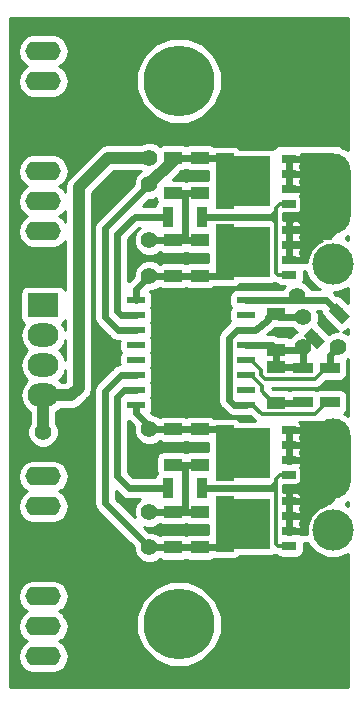
<source format=gbr>
G04 #@! TF.GenerationSoftware,KiCad,Pcbnew,(5.0.0)*
G04 #@! TF.CreationDate,2019-05-03T15:42:08+02:00*
G04 #@! TF.ProjectId,Gate_drive,476174655F64726976652E6B69636164,rev?*
G04 #@! TF.SameCoordinates,PXa21fe80PY3938700*
G04 #@! TF.FileFunction,Copper,L2,Bot,Signal*
G04 #@! TF.FilePolarity,Positive*
%FSLAX46Y46*%
G04 Gerber Fmt 4.6, Leading zero omitted, Abs format (unit mm)*
G04 Created by KiCad (PCBNEW (5.0.0)) date 05/03/19 15:42:08*
%MOMM*%
%LPD*%
G01*
G04 APERTURE LIST*
G04 #@! TA.AperFunction,ComponentPad*
%ADD10R,2.600000X2.000000*%
G04 #@! TD*
G04 #@! TA.AperFunction,ComponentPad*
%ADD11O,2.600000X2.000000*%
G04 #@! TD*
G04 #@! TA.AperFunction,SMDPad,CuDef*
%ADD12R,1.600000X1.000000*%
G04 #@! TD*
G04 #@! TA.AperFunction,SMDPad,CuDef*
%ADD13C,1.000000*%
G04 #@! TD*
G04 #@! TA.AperFunction,Conductor*
%ADD14C,0.100000*%
G04 #@! TD*
G04 #@! TA.AperFunction,ComponentPad*
%ADD15C,2.999740*%
G04 #@! TD*
G04 #@! TA.AperFunction,ComponentPad*
%ADD16C,3.500120*%
G04 #@! TD*
G04 #@! TA.AperFunction,SMDPad,CuDef*
%ADD17R,0.600000X0.900000*%
G04 #@! TD*
G04 #@! TA.AperFunction,SMDPad,CuDef*
%ADD18R,0.900000X0.600000*%
G04 #@! TD*
G04 #@! TA.AperFunction,SMDPad,CuDef*
%ADD19R,1.150000X0.700000*%
G04 #@! TD*
G04 #@! TA.AperFunction,SMDPad,CuDef*
%ADD20R,1.550000X4.700000*%
G04 #@! TD*
G04 #@! TA.AperFunction,SMDPad,CuDef*
%ADD21R,3.300000X4.200000*%
G04 #@! TD*
G04 #@! TA.AperFunction,SMDPad,CuDef*
%ADD22R,0.900000X1.700000*%
G04 #@! TD*
G04 #@! TA.AperFunction,SMDPad,CuDef*
%ADD23R,1.700000X0.900000*%
G04 #@! TD*
G04 #@! TA.AperFunction,SMDPad,CuDef*
%ADD24R,1.500000X0.600000*%
G04 #@! TD*
G04 #@! TA.AperFunction,ComponentPad*
%ADD25C,6.000000*%
G04 #@! TD*
G04 #@! TA.AperFunction,ComponentPad*
%ADD26O,3.000000X1.600000*%
G04 #@! TD*
G04 #@! TA.AperFunction,ViaPad*
%ADD27C,1.400000*%
G04 #@! TD*
G04 #@! TA.AperFunction,Conductor*
%ADD28C,0.600000*%
G04 #@! TD*
G04 #@! TA.AperFunction,Conductor*
%ADD29C,1.000000*%
G04 #@! TD*
G04 #@! TA.AperFunction,Conductor*
%ADD30C,0.300000*%
G04 #@! TD*
G04 #@! TA.AperFunction,Conductor*
%ADD31C,0.256000*%
G04 #@! TD*
G04 #@! TA.AperFunction,NonConductor*
%ADD32C,0.256000*%
G04 #@! TD*
G04 APERTURE END LIST*
D10*
G04 #@! TO.P,J1,1*
G04 #@! TO.N,/ENABLE*
X3500000Y-25000000D03*
D11*
G04 #@! TO.P,J1,2*
G04 #@! TO.N,/PWM*
X3500000Y-27540000D03*
G04 #@! TO.P,J1,3*
G04 #@! TO.N,+24V*
X3500000Y-30080000D03*
G04 #@! TO.P,J1,4*
G04 #@! TO.N,GND*
X3500000Y-32620000D03*
G04 #@! TD*
D12*
G04 #@! TO.P,C11,1*
G04 #@! TO.N,+15V*
X23250000Y-25750000D03*
G04 #@! TO.P,C11,2*
G04 #@! TO.N,GND*
X23250000Y-28750000D03*
G04 #@! TD*
G04 #@! TO.P,C6,1*
G04 #@! TO.N,/+15V:A*
X14500000Y-22500000D03*
G04 #@! TO.P,C6,2*
G04 #@! TO.N,/VSS:A*
X14500000Y-19500000D03*
G04 #@! TD*
G04 #@! TO.P,C7,1*
G04 #@! TO.N,/+15V:A*
X16750000Y-22500000D03*
G04 #@! TO.P,C7,2*
G04 #@! TO.N,/VSS:A*
X16750000Y-19500000D03*
G04 #@! TD*
D13*
G04 #@! TO.P,C8,1*
G04 #@! TO.N,Net-(C8-Pad1)*
X28560660Y-25689340D03*
D14*
G04 #@! TD*
G04 #@! TO.N,Net-(C8-Pad1)*
G04 #@! TO.C,C8*
G36*
X28348528Y-24770101D02*
X29479899Y-25901472D01*
X28772792Y-26608579D01*
X27641421Y-25477208D01*
X28348528Y-24770101D01*
X28348528Y-24770101D01*
G37*
D13*
G04 #@! TO.P,C8,2*
G04 #@! TO.N,GND*
X26439340Y-27810660D03*
D14*
G04 #@! TD*
G04 #@! TO.N,GND*
G04 #@! TO.C,C8*
G36*
X26227208Y-26891421D02*
X27358579Y-28022792D01*
X26651472Y-28729899D01*
X25520101Y-27598528D01*
X26227208Y-26891421D01*
X26227208Y-26891421D01*
G37*
D12*
G04 #@! TO.P,C9,1*
G04 #@! TO.N,/VSS:A*
X14500000Y-15500000D03*
G04 #@! TO.P,C9,2*
G04 #@! TO.N,/-8.7V:A*
X14500000Y-12500000D03*
G04 #@! TD*
G04 #@! TO.P,C10,1*
G04 #@! TO.N,/VSS:A*
X16750000Y-15500000D03*
G04 #@! TO.P,C10,2*
G04 #@! TO.N,/-8.7V:A*
X16750000Y-12500000D03*
G04 #@! TD*
G04 #@! TO.P,C12,1*
G04 #@! TO.N,/DT*
X23250000Y-33250000D03*
G04 #@! TO.P,C12,2*
G04 #@! TO.N,GND*
X23250000Y-30250000D03*
G04 #@! TD*
G04 #@! TO.P,C14,1*
G04 #@! TO.N,/+15V:B*
X14500000Y-45500000D03*
G04 #@! TO.P,C14,2*
G04 #@! TO.N,/VSS:B*
X14500000Y-42500000D03*
G04 #@! TD*
G04 #@! TO.P,C15,1*
G04 #@! TO.N,/+15V:B*
X16750000Y-45500000D03*
G04 #@! TO.P,C15,2*
G04 #@! TO.N,/VSS:B*
X16750000Y-42500000D03*
G04 #@! TD*
G04 #@! TO.P,C16,1*
G04 #@! TO.N,/VSS:B*
X14500000Y-38500000D03*
G04 #@! TO.P,C16,2*
G04 #@! TO.N,/-8.7V:B*
X14500000Y-35500000D03*
G04 #@! TD*
G04 #@! TO.P,C17,1*
G04 #@! TO.N,/VSS:B*
X16750000Y-38500000D03*
G04 #@! TO.P,C17,2*
G04 #@! TO.N,/-8.7V:B*
X16750000Y-35500000D03*
G04 #@! TD*
D15*
G04 #@! TO.P,J2,1*
G04 #@! TO.N,/Gate:A*
X28000000Y-17405000D03*
X28000000Y-13595000D03*
G04 #@! TD*
D16*
G04 #@! TO.P,J3,1*
G04 #@! TO.N,/VSS:A*
X28000000Y-21500000D03*
G04 #@! TD*
D15*
G04 #@! TO.P,J4,1*
G04 #@! TO.N,/Gate:B*
X28000000Y-39905000D03*
X28000000Y-36095000D03*
G04 #@! TD*
D16*
G04 #@! TO.P,J5,1*
G04 #@! TO.N,/VSS:B*
X28000000Y-44000000D03*
G04 #@! TD*
D17*
G04 #@! TO.P,Q1,5*
G04 #@! TO.N,/+15V:A*
X21315000Y-19350000D03*
X22165000Y-19350000D03*
X20465000Y-19350000D03*
X21315000Y-21650000D03*
X22165000Y-21650000D03*
X20465000Y-21650000D03*
X20465000Y-20500000D03*
X22165000Y-20500000D03*
D18*
X18615000Y-18620000D03*
X18615000Y-22380000D03*
X18615000Y-19900000D03*
D19*
G04 #@! TO.P,Q1,2*
G04 #@! TO.N,/Gate:A*
X24335000Y-19860000D03*
G04 #@! TO.P,Q1,1*
X24335000Y-18590000D03*
G04 #@! TO.P,Q1,3*
X24335000Y-21140000D03*
D20*
G04 #@! TO.P,Q1,5*
G04 #@! TO.N,/+15V:A*
X18865000Y-20500000D03*
D21*
X21065000Y-20500000D03*
D19*
G04 #@! TO.P,Q1,4*
G04 #@! TO.N,Net-(Q1-Pad4)*
X24335000Y-22410000D03*
D18*
G04 #@! TO.P,Q1,5*
G04 #@! TO.N,/+15V:A*
X18615000Y-21100000D03*
D17*
X21315000Y-20500000D03*
G04 #@! TD*
G04 #@! TO.P,Q2,5*
G04 #@! TO.N,/-8.7V:A*
X21315000Y-13350000D03*
X22165000Y-13350000D03*
X20465000Y-13350000D03*
X21315000Y-15650000D03*
X22165000Y-15650000D03*
X20465000Y-15650000D03*
X20465000Y-14500000D03*
X22165000Y-14500000D03*
D18*
X18615000Y-12620000D03*
X18615000Y-16380000D03*
X18615000Y-13900000D03*
D19*
G04 #@! TO.P,Q2,2*
G04 #@! TO.N,/Gate:A*
X24335000Y-13860000D03*
G04 #@! TO.P,Q2,1*
X24335000Y-12590000D03*
G04 #@! TO.P,Q2,3*
X24335000Y-15140000D03*
D20*
G04 #@! TO.P,Q2,5*
G04 #@! TO.N,/-8.7V:A*
X18865000Y-14500000D03*
D21*
X21065000Y-14500000D03*
D19*
G04 #@! TO.P,Q2,4*
G04 #@! TO.N,Net-(Q1-Pad4)*
X24335000Y-16410000D03*
D18*
G04 #@! TO.P,Q2,5*
G04 #@! TO.N,/-8.7V:A*
X18615000Y-15100000D03*
D17*
X21315000Y-14500000D03*
G04 #@! TD*
G04 #@! TO.P,Q4,5*
G04 #@! TO.N,/+15V:B*
X21315000Y-42350000D03*
X22165000Y-42350000D03*
X20465000Y-42350000D03*
X21315000Y-44650000D03*
X22165000Y-44650000D03*
X20465000Y-44650000D03*
X20465000Y-43500000D03*
X22165000Y-43500000D03*
D18*
X18615000Y-41620000D03*
X18615000Y-45380000D03*
X18615000Y-42900000D03*
D19*
G04 #@! TO.P,Q4,2*
G04 #@! TO.N,/Gate:B*
X24335000Y-42860000D03*
G04 #@! TO.P,Q4,1*
X24335000Y-41590000D03*
G04 #@! TO.P,Q4,3*
X24335000Y-44140000D03*
D20*
G04 #@! TO.P,Q4,5*
G04 #@! TO.N,/+15V:B*
X18865000Y-43500000D03*
D21*
X21065000Y-43500000D03*
D19*
G04 #@! TO.P,Q4,4*
G04 #@! TO.N,Net-(Q4-Pad4)*
X24335000Y-45410000D03*
D18*
G04 #@! TO.P,Q4,5*
G04 #@! TO.N,/+15V:B*
X18615000Y-44100000D03*
D17*
X21315000Y-43500000D03*
G04 #@! TD*
G04 #@! TO.P,Q5,5*
G04 #@! TO.N,/-8.7V:B*
X21315000Y-36350000D03*
X22165000Y-36350000D03*
X20465000Y-36350000D03*
X21315000Y-38650000D03*
X22165000Y-38650000D03*
X20465000Y-38650000D03*
X20465000Y-37500000D03*
X22165000Y-37500000D03*
D18*
X18615000Y-35620000D03*
X18615000Y-39380000D03*
X18615000Y-36900000D03*
D19*
G04 #@! TO.P,Q5,2*
G04 #@! TO.N,/Gate:B*
X24335000Y-36860000D03*
G04 #@! TO.P,Q5,1*
X24335000Y-35590000D03*
G04 #@! TO.P,Q5,3*
X24335000Y-38140000D03*
D20*
G04 #@! TO.P,Q5,5*
G04 #@! TO.N,/-8.7V:B*
X18865000Y-37500000D03*
D21*
X21065000Y-37500000D03*
D19*
G04 #@! TO.P,Q5,4*
G04 #@! TO.N,Net-(Q4-Pad4)*
X24335000Y-39410000D03*
D18*
G04 #@! TO.P,Q5,5*
G04 #@! TO.N,/-8.7V:B*
X18615000Y-38100000D03*
D17*
X21315000Y-37500000D03*
G04 #@! TD*
D22*
G04 #@! TO.P,R2,1*
G04 #@! TO.N,Net-(Q1-Pad4)*
X16950000Y-17500000D03*
G04 #@! TO.P,R2,2*
G04 #@! TO.N,Net-(R2-Pad2)*
X14050000Y-17500000D03*
G04 #@! TD*
D23*
G04 #@! TO.P,R3,1*
G04 #@! TO.N,+15V*
X27750000Y-33200000D03*
G04 #@! TO.P,R3,2*
G04 #@! TO.N,Net-(Q3-Pad3)*
X27750000Y-30300000D03*
G04 #@! TD*
G04 #@! TO.P,R5,1*
G04 #@! TO.N,/DT*
X25500000Y-33200000D03*
G04 #@! TO.P,R5,2*
G04 #@! TO.N,GND*
X25500000Y-30300000D03*
G04 #@! TD*
D22*
G04 #@! TO.P,R6,1*
G04 #@! TO.N,Net-(Q4-Pad4)*
X16950000Y-40500000D03*
G04 #@! TO.P,R6,2*
G04 #@! TO.N,Net-(R6-Pad2)*
X14050000Y-40500000D03*
G04 #@! TD*
D24*
G04 #@! TO.P,U3,1*
G04 #@! TO.N,Net-(C8-Pad1)*
X20650000Y-24555000D03*
G04 #@! TO.P,U3,2*
G04 #@! TO.N,Net-(U3-Pad2)*
X20650000Y-25825000D03*
G04 #@! TO.P,U3,3*
G04 #@! TO.N,+15V*
X20650000Y-27095000D03*
G04 #@! TO.P,U3,4*
G04 #@! TO.N,GND*
X20650000Y-28365000D03*
G04 #@! TO.P,U3,5*
G04 #@! TO.N,Net-(Q3-Pad3)*
X20650000Y-29635000D03*
G04 #@! TO.P,U3,6*
G04 #@! TO.N,/DT*
X20650000Y-30905000D03*
G04 #@! TO.P,U3,7*
G04 #@! TO.N,Net-(U3-Pad7)*
X20650000Y-32175000D03*
G04 #@! TO.P,U3,8*
G04 #@! TO.N,+15V*
X20650000Y-33445000D03*
G04 #@! TO.P,U3,9*
G04 #@! TO.N,/-8.7V:B*
X11350000Y-33445000D03*
G04 #@! TO.P,U3,10*
G04 #@! TO.N,Net-(R6-Pad2)*
X11350000Y-32175000D03*
G04 #@! TO.P,U3,11*
G04 #@! TO.N,/+15V:B*
X11350000Y-30905000D03*
G04 #@! TO.P,U3,12*
G04 #@! TO.N,Net-(U3-Pad12)*
X11350000Y-29635000D03*
G04 #@! TO.P,U3,13*
G04 #@! TO.N,Net-(U3-Pad13)*
X11350000Y-28365000D03*
G04 #@! TO.P,U3,14*
G04 #@! TO.N,/-8.7V:A*
X11350000Y-27095000D03*
G04 #@! TO.P,U3,15*
G04 #@! TO.N,Net-(R2-Pad2)*
X11350000Y-25825000D03*
G04 #@! TO.P,U3,16*
G04 #@! TO.N,/+15V:A*
X11350000Y-24555000D03*
G04 #@! TD*
D25*
G04 #@! TO.P,REF\002A\002A,1*
G04 #@! TO.N,N/C*
X15000000Y-6000000D03*
G04 #@! TD*
G04 #@! TO.P,REF\002A\002A,1*
G04 #@! TO.N,N/C*
X15000000Y-52000000D03*
G04 #@! TD*
D26*
G04 #@! TO.P,U4,1*
G04 #@! TO.N,+24V*
X3500000Y-39500000D03*
G04 #@! TO.P,U4,2*
G04 #@! TO.N,GND*
X3500000Y-42040000D03*
G04 #@! TO.P,U4,5*
G04 #@! TO.N,/-8.7V:B*
X3500000Y-49660000D03*
G04 #@! TO.P,U4,6*
G04 #@! TO.N,/VSS:B*
X3500000Y-52200000D03*
G04 #@! TO.P,U4,7*
G04 #@! TO.N,/+15V:B*
X3500000Y-54740000D03*
G04 #@! TD*
G04 #@! TO.P,U2,1*
G04 #@! TO.N,+24V*
X3500000Y-3500000D03*
G04 #@! TO.P,U2,2*
G04 #@! TO.N,GND*
X3500000Y-6040000D03*
G04 #@! TO.P,U2,5*
G04 #@! TO.N,/-8.7V:A*
X3500000Y-13660000D03*
G04 #@! TO.P,U2,6*
G04 #@! TO.N,/VSS:A*
X3500000Y-16200000D03*
G04 #@! TO.P,U2,7*
G04 #@! TO.N,/+15V:A*
X3500000Y-18740000D03*
G04 #@! TD*
D27*
G04 #@! TO.N,GND*
X25500000Y-28500000D03*
X12500000Y-12500000D03*
X3500000Y-35750000D03*
G04 #@! TO.N,+15V*
X25500000Y-26000000D03*
G04 #@! TO.N,/+15V:A*
X12500000Y-22500000D03*
G04 #@! TO.N,/-8.7V:A*
X12500000Y-14750000D03*
G04 #@! TO.N,/VSS:A*
X12500000Y-19500000D03*
G04 #@! TO.N,Net-(C8-Pad1)*
X25000000Y-24250000D03*
G04 #@! TO.N,/+15V:B*
X12500000Y-45500000D03*
G04 #@! TO.N,/-8.7V:B*
X12500000Y-35500000D03*
G04 #@! TO.N,/VSS:B*
X12500000Y-42500000D03*
G04 #@! TO.N,Net-(Q3-Pad3)*
X28500000Y-28500000D03*
G04 #@! TD*
D28*
G04 #@! TO.N,GND*
X26439340Y-27810660D02*
X26189340Y-27810660D01*
X26189340Y-27810660D02*
X25500000Y-28500000D01*
X20650000Y-28365000D02*
X22865000Y-28365000D01*
X22865000Y-28365000D02*
X23250000Y-28750000D01*
X23250000Y-30250000D02*
X23250000Y-28750000D01*
X23250000Y-30250000D02*
X25450000Y-30250000D01*
X25450000Y-30250000D02*
X25500000Y-30300000D01*
X25500000Y-28500000D02*
X25500000Y-30300000D01*
X25250000Y-28750000D02*
X23250000Y-28750000D01*
X25500000Y-28500000D02*
X25250000Y-28750000D01*
D29*
X3500000Y-32620000D02*
X5880000Y-32620000D01*
X9000000Y-12500000D02*
X12500000Y-12500000D01*
X6500000Y-15000000D02*
X9000000Y-12500000D01*
X6500000Y-32000000D02*
X6500000Y-15000000D01*
X5880000Y-32620000D02*
X6500000Y-32000000D01*
X3500000Y-35750000D02*
X3500000Y-32620000D01*
D28*
X25500000Y-30300000D02*
X25050000Y-30300000D01*
X25450000Y-30250000D02*
X25500000Y-30300000D01*
D30*
G04 #@! TO.N,+15V*
X27750000Y-33200000D02*
X27550000Y-33200000D01*
X27550000Y-33200000D02*
X26500000Y-34250000D01*
X22000000Y-34250000D02*
X21195000Y-33445000D01*
X26500000Y-34250000D02*
X22000000Y-34250000D01*
X21195000Y-33445000D02*
X20650000Y-33445000D01*
D28*
X23500000Y-26000000D02*
X25500000Y-26000000D01*
X23500000Y-26000000D02*
X23250000Y-25750000D01*
X20650000Y-27095000D02*
X21405000Y-27095000D01*
X22500000Y-26000000D02*
X23250000Y-25750000D01*
X22500000Y-26250000D02*
X22500000Y-26000000D01*
X21405000Y-27095000D02*
X22500000Y-26250000D01*
D30*
X20650000Y-33445000D02*
X21195000Y-33445000D01*
D28*
X20650000Y-33445000D02*
X19695000Y-33445000D01*
X19905000Y-27095000D02*
X20650000Y-27095000D01*
X19250000Y-27750000D02*
X19905000Y-27095000D01*
X19250000Y-33000000D02*
X19250000Y-27750000D01*
X19695000Y-33445000D02*
X19250000Y-33000000D01*
D30*
X21195000Y-33445000D02*
X20650000Y-33445000D01*
D28*
G04 #@! TO.N,/+15V:A*
X11350000Y-24555000D02*
X11350000Y-23650000D01*
X11350000Y-23650000D02*
X12500000Y-22500000D01*
X12500000Y-22500000D02*
X14500000Y-22500000D01*
X16750000Y-22500000D02*
X18465000Y-22500000D01*
X18465000Y-22500000D02*
X20465000Y-20500000D01*
X14500000Y-22500000D02*
X16750000Y-22500000D01*
G04 #@! TO.N,/-8.7V:A*
X8750000Y-18500000D02*
X8750000Y-26000000D01*
X11350000Y-27095000D02*
X9845000Y-27095000D01*
X9845000Y-27095000D02*
X8750000Y-26000000D01*
X8750000Y-18500000D02*
X12500000Y-14750000D01*
D29*
X14500000Y-12500000D02*
X14500000Y-12750000D01*
X14500000Y-12750000D02*
X12500000Y-14750000D01*
D28*
X16750000Y-12500000D02*
X18465000Y-12500000D01*
X18465000Y-12500000D02*
X20465000Y-14500000D01*
X14500000Y-12500000D02*
X16750000Y-12500000D01*
G04 #@! TO.N,/VSS:A*
X12500000Y-19500000D02*
X14500000Y-19500000D01*
X15500000Y-19500000D02*
X15500000Y-15500000D01*
X14500000Y-19500000D02*
X15500000Y-19500000D01*
X15500000Y-19500000D02*
X16750000Y-19500000D01*
X14500000Y-15500000D02*
X15500000Y-15500000D01*
X15500000Y-15500000D02*
X16750000Y-15500000D01*
G04 #@! TO.N,Net-(C8-Pad1)*
X25000000Y-24250000D02*
X25305000Y-24555000D01*
X25305000Y-24555000D02*
X27426320Y-24555000D01*
X27426320Y-24555000D02*
X28560660Y-25689340D01*
X20650000Y-24555000D02*
X27426320Y-24555000D01*
X27426320Y-24555000D02*
X28560660Y-25689340D01*
X20650000Y-24555000D02*
X20695000Y-24555000D01*
G04 #@! TO.N,/DT*
X23250000Y-33250000D02*
X25450000Y-33250000D01*
X25450000Y-33250000D02*
X25500000Y-33200000D01*
D30*
X20650000Y-30905000D02*
X21080000Y-30905000D01*
X21080000Y-30905000D02*
X22000000Y-31825000D01*
X22000000Y-32250000D02*
X23000000Y-33250000D01*
X22000000Y-31825000D02*
X22000000Y-32250000D01*
X23000000Y-33250000D02*
X23250000Y-33250000D01*
X25450000Y-33250000D02*
X25500000Y-33200000D01*
X20650000Y-30905000D02*
X21155000Y-30905000D01*
X23000000Y-33250000D02*
X23250000Y-33250000D01*
D28*
G04 #@! TO.N,/+15V:B*
X11350000Y-30905000D02*
X10095000Y-30905000D01*
X12500000Y-45500000D02*
X12500000Y-45500000D01*
X8750000Y-35000000D02*
X8750000Y-41750000D01*
X8750000Y-41750000D02*
X12500000Y-45500000D01*
X12500000Y-45500000D02*
X14500000Y-45500000D01*
X8750000Y-35000000D02*
X8750000Y-35000000D01*
X8750000Y-32250000D02*
X8750000Y-35000000D01*
X10095000Y-30905000D02*
X8750000Y-32250000D01*
X16750000Y-45500000D02*
X18465000Y-45500000D01*
X18465000Y-45500000D02*
X20465000Y-43500000D01*
X14500000Y-45500000D02*
X16750000Y-45500000D01*
D30*
G04 #@! TO.N,/-8.7V:B*
X12500000Y-35500000D02*
X12750000Y-35500000D01*
X12750000Y-35500000D02*
X12500000Y-35500000D01*
D28*
X11350000Y-33445000D02*
X11350000Y-34100000D01*
X12750000Y-35500000D02*
X12500000Y-35500000D01*
X12500000Y-35500000D02*
X14500000Y-35500000D01*
X11350000Y-34100000D02*
X12750000Y-35500000D01*
X16750000Y-35500000D02*
X18465000Y-35500000D01*
X18465000Y-35500000D02*
X20465000Y-37500000D01*
X14500000Y-35500000D02*
X16750000Y-35500000D01*
G04 #@! TO.N,/VSS:B*
X12500000Y-42500000D02*
X14500000Y-42500000D01*
X15500000Y-42500000D02*
X15500000Y-38500000D01*
X14500000Y-42500000D02*
X15500000Y-42500000D01*
X15500000Y-42500000D02*
X16750000Y-42500000D01*
X14500000Y-38500000D02*
X15500000Y-38500000D01*
X15500000Y-38500000D02*
X16750000Y-38500000D01*
G04 #@! TO.N,/Gate:A*
X28000000Y-13595000D02*
X27995000Y-13595000D01*
X27995000Y-13595000D02*
X26800000Y-12400000D01*
X26800000Y-12400000D02*
X25800000Y-12400000D01*
D30*
X28000000Y-17405000D02*
X28000000Y-19000000D01*
X27100000Y-19400000D02*
X26000000Y-19400000D01*
X27200000Y-19300000D02*
X27100000Y-19400000D01*
X27700000Y-19300000D02*
X27200000Y-19300000D01*
X28000000Y-19000000D02*
X27700000Y-19300000D01*
D28*
G04 #@! TO.N,/Gate:B*
X28000000Y-36095000D02*
X27445000Y-36095000D01*
X27445000Y-36095000D02*
X26400000Y-35050000D01*
X26400000Y-35050000D02*
X25850000Y-35050000D01*
D30*
X24335000Y-35590000D02*
X27495000Y-35590000D01*
X27495000Y-35590000D02*
X28000000Y-36095000D01*
X28000000Y-39905000D02*
X28000000Y-41500000D01*
X27750000Y-41750000D02*
X26000000Y-41750000D01*
X28000000Y-41500000D02*
X27750000Y-41750000D01*
G04 #@! TO.N,Net-(Q1-Pad4)*
X22750000Y-17500000D02*
X23250000Y-18000000D01*
X22750000Y-17500000D02*
X23250000Y-17000000D01*
X23250000Y-16750000D02*
X23250000Y-17000000D01*
X23590000Y-16410000D02*
X24335000Y-16410000D01*
X23590000Y-16410000D02*
X23250000Y-16750000D01*
X23250000Y-17000000D02*
X23250000Y-18000000D01*
X23250000Y-18000000D02*
X23250000Y-22250000D01*
X24335000Y-22410000D02*
X23410000Y-22410000D01*
X23410000Y-22410000D02*
X23250000Y-22250000D01*
D28*
X23000000Y-17500000D02*
X22750000Y-17500000D01*
X22750000Y-17500000D02*
X17200000Y-17500000D01*
D30*
G04 #@! TO.N,Net-(Q3-Pad3)*
X27750000Y-30300000D02*
X27450000Y-30300000D01*
X27450000Y-30300000D02*
X26525000Y-31225000D01*
X20650000Y-29635000D02*
X21110000Y-29635000D01*
X21110000Y-29635000D02*
X21975000Y-30500000D01*
X22275000Y-31225000D02*
X26525000Y-31225000D01*
X21975000Y-30925000D02*
X22275000Y-31225000D01*
X21975000Y-30500000D02*
X21975000Y-30925000D01*
X27500000Y-30300000D02*
X27750000Y-30300000D01*
D28*
X27750000Y-29250000D02*
X27750000Y-30300000D01*
X28500000Y-28500000D02*
X27750000Y-29250000D01*
X27750000Y-30300000D02*
X27750000Y-30300000D01*
D30*
X20650000Y-29635000D02*
X21135000Y-29635000D01*
G04 #@! TO.N,Net-(Q4-Pad4)*
X23250000Y-40000000D02*
X22750000Y-40500000D01*
X23250000Y-39750000D02*
X23250000Y-40000000D01*
X23600000Y-39410000D02*
X23590000Y-39410000D01*
X23600000Y-39410000D02*
X24335000Y-39410000D01*
X23590000Y-39410000D02*
X23250000Y-39750000D01*
X23250000Y-40000000D02*
X23250000Y-41000000D01*
X23250000Y-41000000D02*
X23250000Y-45250000D01*
X23250000Y-45250000D02*
X23410000Y-45410000D01*
X24335000Y-45410000D02*
X23410000Y-45410000D01*
D28*
X17300000Y-40500000D02*
X22750000Y-40500000D01*
X22750000Y-40500000D02*
X23000000Y-40500000D01*
G04 #@! TO.N,Net-(R2-Pad2)*
X9750000Y-21750000D02*
X9750000Y-19000000D01*
X9750000Y-21750000D02*
X9750000Y-21750000D01*
X9750000Y-25500000D02*
X9750000Y-21750000D01*
X10075000Y-25825000D02*
X9750000Y-25500000D01*
X9750000Y-19000000D02*
X11250000Y-17500000D01*
X14050000Y-17500000D02*
X11250000Y-17500000D01*
X10075000Y-25825000D02*
X11350000Y-25825000D01*
G04 #@! TO.N,Net-(R6-Pad2)*
X11350000Y-32175000D02*
X10325000Y-32175000D01*
X10750000Y-40500000D02*
X14050000Y-40500000D01*
X9750000Y-39500000D02*
X10750000Y-40500000D01*
X9750000Y-34500000D02*
X9750000Y-39500000D01*
X9750000Y-34500000D02*
X9750000Y-34500000D01*
X9750000Y-32750000D02*
X9750000Y-34500000D01*
X10325000Y-32175000D02*
X9750000Y-32750000D01*
G04 #@! TD*
D31*
G04 #@! TO.N,/Gate:A*
G36*
X25872000Y-19400000D02*
X25881743Y-19448983D01*
X25909490Y-19490510D01*
X25951017Y-19518257D01*
X26000000Y-19528000D01*
X27069284Y-19528000D01*
X26766228Y-19653530D01*
X26153530Y-20266228D01*
X25821940Y-21066757D01*
X25821940Y-21372000D01*
X25291000Y-21372000D01*
X25231000Y-21312000D01*
X24507000Y-21312000D01*
X24507000Y-21332000D01*
X24163000Y-21332000D01*
X24163000Y-21312000D01*
X24143000Y-21312000D01*
X24143000Y-20968000D01*
X24163000Y-20968000D01*
X24163000Y-20032000D01*
X24507000Y-20032000D01*
X24507000Y-20968000D01*
X25231000Y-20968000D01*
X25338000Y-20861000D01*
X25338000Y-20704866D01*
X25272841Y-20547558D01*
X25225283Y-20500000D01*
X25272841Y-20452442D01*
X25338000Y-20295134D01*
X25338000Y-20139000D01*
X25231000Y-20032000D01*
X24507000Y-20032000D01*
X24163000Y-20032000D01*
X24143000Y-20032000D01*
X24143000Y-19688000D01*
X24163000Y-19688000D01*
X24163000Y-18762000D01*
X24507000Y-18762000D01*
X24507000Y-19688000D01*
X25231000Y-19688000D01*
X25338000Y-19581000D01*
X25338000Y-19424866D01*
X25272841Y-19267558D01*
X25230283Y-19225000D01*
X25272841Y-19182442D01*
X25338000Y-19025134D01*
X25338000Y-18869000D01*
X25231000Y-18762000D01*
X24507000Y-18762000D01*
X24163000Y-18762000D01*
X24143000Y-18762000D01*
X24143000Y-18418000D01*
X24163000Y-18418000D01*
X24163000Y-17919000D01*
X24507000Y-17919000D01*
X24507000Y-18418000D01*
X25231000Y-18418000D01*
X25338000Y-18311000D01*
X25338000Y-18154866D01*
X25272841Y-17997558D01*
X25152443Y-17877159D01*
X24995135Y-17812000D01*
X24614000Y-17812000D01*
X24507000Y-17919000D01*
X24163000Y-17919000D01*
X24056000Y-17812000D01*
X23828000Y-17812000D01*
X23828000Y-17196385D01*
X24910000Y-17196385D01*
X25076997Y-17163167D01*
X25218571Y-17068571D01*
X25313167Y-16926997D01*
X25346385Y-16760000D01*
X25346385Y-16060000D01*
X25313167Y-15893003D01*
X25232703Y-15772580D01*
X25272841Y-15732442D01*
X25338000Y-15575134D01*
X25338000Y-15419000D01*
X25231000Y-15312000D01*
X24507000Y-15312000D01*
X24507000Y-15332000D01*
X24163000Y-15332000D01*
X24163000Y-15312000D01*
X24143000Y-15312000D01*
X24143000Y-14968000D01*
X24163000Y-14968000D01*
X24163000Y-14032000D01*
X24507000Y-14032000D01*
X24507000Y-14968000D01*
X25231000Y-14968000D01*
X25338000Y-14861000D01*
X25338000Y-14704866D01*
X25272841Y-14547558D01*
X25225283Y-14500000D01*
X25272841Y-14452442D01*
X25338000Y-14295134D01*
X25338000Y-14139000D01*
X25231000Y-14032000D01*
X24507000Y-14032000D01*
X24163000Y-14032000D01*
X24143000Y-14032000D01*
X24143000Y-13688000D01*
X24163000Y-13688000D01*
X24163000Y-12762000D01*
X24507000Y-12762000D01*
X24507000Y-13688000D01*
X25231000Y-13688000D01*
X25338000Y-13581000D01*
X25338000Y-13424866D01*
X25272841Y-13267558D01*
X25230283Y-13225000D01*
X25272841Y-13182442D01*
X25338000Y-13025134D01*
X25338000Y-12869000D01*
X25231000Y-12762000D01*
X24507000Y-12762000D01*
X24163000Y-12762000D01*
X24143000Y-12762000D01*
X24143000Y-12418000D01*
X24163000Y-12418000D01*
X24163000Y-12398000D01*
X24507000Y-12398000D01*
X24507000Y-12418000D01*
X25231000Y-12418000D01*
X25338000Y-12311000D01*
X25338000Y-12228000D01*
X25872000Y-12228000D01*
X25872000Y-19400000D01*
X25872000Y-19400000D01*
G37*
X25872000Y-19400000D02*
X25881743Y-19448983D01*
X25909490Y-19490510D01*
X25951017Y-19518257D01*
X26000000Y-19528000D01*
X27069284Y-19528000D01*
X26766228Y-19653530D01*
X26153530Y-20266228D01*
X25821940Y-21066757D01*
X25821940Y-21372000D01*
X25291000Y-21372000D01*
X25231000Y-21312000D01*
X24507000Y-21312000D01*
X24507000Y-21332000D01*
X24163000Y-21332000D01*
X24163000Y-21312000D01*
X24143000Y-21312000D01*
X24143000Y-20968000D01*
X24163000Y-20968000D01*
X24163000Y-20032000D01*
X24507000Y-20032000D01*
X24507000Y-20968000D01*
X25231000Y-20968000D01*
X25338000Y-20861000D01*
X25338000Y-20704866D01*
X25272841Y-20547558D01*
X25225283Y-20500000D01*
X25272841Y-20452442D01*
X25338000Y-20295134D01*
X25338000Y-20139000D01*
X25231000Y-20032000D01*
X24507000Y-20032000D01*
X24163000Y-20032000D01*
X24143000Y-20032000D01*
X24143000Y-19688000D01*
X24163000Y-19688000D01*
X24163000Y-18762000D01*
X24507000Y-18762000D01*
X24507000Y-19688000D01*
X25231000Y-19688000D01*
X25338000Y-19581000D01*
X25338000Y-19424866D01*
X25272841Y-19267558D01*
X25230283Y-19225000D01*
X25272841Y-19182442D01*
X25338000Y-19025134D01*
X25338000Y-18869000D01*
X25231000Y-18762000D01*
X24507000Y-18762000D01*
X24163000Y-18762000D01*
X24143000Y-18762000D01*
X24143000Y-18418000D01*
X24163000Y-18418000D01*
X24163000Y-17919000D01*
X24507000Y-17919000D01*
X24507000Y-18418000D01*
X25231000Y-18418000D01*
X25338000Y-18311000D01*
X25338000Y-18154866D01*
X25272841Y-17997558D01*
X25152443Y-17877159D01*
X24995135Y-17812000D01*
X24614000Y-17812000D01*
X24507000Y-17919000D01*
X24163000Y-17919000D01*
X24056000Y-17812000D01*
X23828000Y-17812000D01*
X23828000Y-17196385D01*
X24910000Y-17196385D01*
X25076997Y-17163167D01*
X25218571Y-17068571D01*
X25313167Y-16926997D01*
X25346385Y-16760000D01*
X25346385Y-16060000D01*
X25313167Y-15893003D01*
X25232703Y-15772580D01*
X25272841Y-15732442D01*
X25338000Y-15575134D01*
X25338000Y-15419000D01*
X25231000Y-15312000D01*
X24507000Y-15312000D01*
X24507000Y-15332000D01*
X24163000Y-15332000D01*
X24163000Y-15312000D01*
X24143000Y-15312000D01*
X24143000Y-14968000D01*
X24163000Y-14968000D01*
X24163000Y-14032000D01*
X24507000Y-14032000D01*
X24507000Y-14968000D01*
X25231000Y-14968000D01*
X25338000Y-14861000D01*
X25338000Y-14704866D01*
X25272841Y-14547558D01*
X25225283Y-14500000D01*
X25272841Y-14452442D01*
X25338000Y-14295134D01*
X25338000Y-14139000D01*
X25231000Y-14032000D01*
X24507000Y-14032000D01*
X24163000Y-14032000D01*
X24143000Y-14032000D01*
X24143000Y-13688000D01*
X24163000Y-13688000D01*
X24163000Y-12762000D01*
X24507000Y-12762000D01*
X24507000Y-13688000D01*
X25231000Y-13688000D01*
X25338000Y-13581000D01*
X25338000Y-13424866D01*
X25272841Y-13267558D01*
X25230283Y-13225000D01*
X25272841Y-13182442D01*
X25338000Y-13025134D01*
X25338000Y-12869000D01*
X25231000Y-12762000D01*
X24507000Y-12762000D01*
X24163000Y-12762000D01*
X24143000Y-12762000D01*
X24143000Y-12418000D01*
X24163000Y-12418000D01*
X24163000Y-12398000D01*
X24507000Y-12398000D01*
X24507000Y-12418000D01*
X25231000Y-12418000D01*
X25338000Y-12311000D01*
X25338000Y-12228000D01*
X25872000Y-12228000D01*
X25872000Y-19400000D01*
G04 #@! TO.N,/Gate:B*
G36*
X25872000Y-41750000D02*
X25881743Y-41798983D01*
X25909490Y-41840510D01*
X25951017Y-41868257D01*
X26000000Y-41878000D01*
X27431416Y-41878000D01*
X26766228Y-42153530D01*
X26153530Y-42766228D01*
X25821940Y-43566757D01*
X25821940Y-44372000D01*
X25291000Y-44372000D01*
X25231000Y-44312000D01*
X24507000Y-44312000D01*
X24507000Y-44332000D01*
X24163000Y-44332000D01*
X24163000Y-44312000D01*
X24143000Y-44312000D01*
X24143000Y-43968000D01*
X24163000Y-43968000D01*
X24163000Y-43032000D01*
X24507000Y-43032000D01*
X24507000Y-43968000D01*
X25231000Y-43968000D01*
X25338000Y-43861000D01*
X25338000Y-43704866D01*
X25272841Y-43547558D01*
X25225283Y-43500000D01*
X25272841Y-43452442D01*
X25338000Y-43295134D01*
X25338000Y-43139000D01*
X25231000Y-43032000D01*
X24507000Y-43032000D01*
X24163000Y-43032000D01*
X24143000Y-43032000D01*
X24143000Y-42688000D01*
X24163000Y-42688000D01*
X24163000Y-41762000D01*
X24507000Y-41762000D01*
X24507000Y-42688000D01*
X25231000Y-42688000D01*
X25338000Y-42581000D01*
X25338000Y-42424866D01*
X25272841Y-42267558D01*
X25230283Y-42225000D01*
X25272841Y-42182442D01*
X25338000Y-42025134D01*
X25338000Y-41869000D01*
X25231000Y-41762000D01*
X24507000Y-41762000D01*
X24163000Y-41762000D01*
X24143000Y-41762000D01*
X24143000Y-41418000D01*
X24163000Y-41418000D01*
X24163000Y-40919000D01*
X24507000Y-40919000D01*
X24507000Y-41418000D01*
X25231000Y-41418000D01*
X25338000Y-41311000D01*
X25338000Y-41154866D01*
X25272841Y-40997558D01*
X25152443Y-40877159D01*
X24995135Y-40812000D01*
X24614000Y-40812000D01*
X24507000Y-40919000D01*
X24163000Y-40919000D01*
X24056000Y-40812000D01*
X23828000Y-40812000D01*
X23828000Y-40196385D01*
X24910000Y-40196385D01*
X25076997Y-40163167D01*
X25218571Y-40068571D01*
X25313167Y-39926997D01*
X25346385Y-39760000D01*
X25346385Y-39060000D01*
X25313167Y-38893003D01*
X25232703Y-38772580D01*
X25272841Y-38732442D01*
X25338000Y-38575134D01*
X25338000Y-38419000D01*
X25231000Y-38312000D01*
X24507000Y-38312000D01*
X24507000Y-38332000D01*
X24163000Y-38332000D01*
X24163000Y-38312000D01*
X24143000Y-38312000D01*
X24143000Y-37968000D01*
X24163000Y-37968000D01*
X24163000Y-37032000D01*
X24507000Y-37032000D01*
X24507000Y-37968000D01*
X25231000Y-37968000D01*
X25338000Y-37861000D01*
X25338000Y-37704866D01*
X25272841Y-37547558D01*
X25225283Y-37500000D01*
X25272841Y-37452442D01*
X25338000Y-37295134D01*
X25338000Y-37139000D01*
X25231000Y-37032000D01*
X24507000Y-37032000D01*
X24163000Y-37032000D01*
X24143000Y-37032000D01*
X24143000Y-36688000D01*
X24163000Y-36688000D01*
X24163000Y-35762000D01*
X24507000Y-35762000D01*
X24507000Y-36688000D01*
X25231000Y-36688000D01*
X25338000Y-36581000D01*
X25338000Y-36424866D01*
X25272841Y-36267558D01*
X25230283Y-36225000D01*
X25272841Y-36182442D01*
X25338000Y-36025134D01*
X25338000Y-35869000D01*
X25231000Y-35762000D01*
X24507000Y-35762000D01*
X24163000Y-35762000D01*
X24143000Y-35762000D01*
X24143000Y-35418000D01*
X24163000Y-35418000D01*
X24163000Y-35398000D01*
X24507000Y-35398000D01*
X24507000Y-35418000D01*
X25231000Y-35418000D01*
X25338000Y-35311000D01*
X25338000Y-35154866D01*
X25272841Y-34997558D01*
X25153284Y-34878000D01*
X25872000Y-34878000D01*
X25872000Y-41750000D01*
X25872000Y-41750000D01*
G37*
X25872000Y-41750000D02*
X25881743Y-41798983D01*
X25909490Y-41840510D01*
X25951017Y-41868257D01*
X26000000Y-41878000D01*
X27431416Y-41878000D01*
X26766228Y-42153530D01*
X26153530Y-42766228D01*
X25821940Y-43566757D01*
X25821940Y-44372000D01*
X25291000Y-44372000D01*
X25231000Y-44312000D01*
X24507000Y-44312000D01*
X24507000Y-44332000D01*
X24163000Y-44332000D01*
X24163000Y-44312000D01*
X24143000Y-44312000D01*
X24143000Y-43968000D01*
X24163000Y-43968000D01*
X24163000Y-43032000D01*
X24507000Y-43032000D01*
X24507000Y-43968000D01*
X25231000Y-43968000D01*
X25338000Y-43861000D01*
X25338000Y-43704866D01*
X25272841Y-43547558D01*
X25225283Y-43500000D01*
X25272841Y-43452442D01*
X25338000Y-43295134D01*
X25338000Y-43139000D01*
X25231000Y-43032000D01*
X24507000Y-43032000D01*
X24163000Y-43032000D01*
X24143000Y-43032000D01*
X24143000Y-42688000D01*
X24163000Y-42688000D01*
X24163000Y-41762000D01*
X24507000Y-41762000D01*
X24507000Y-42688000D01*
X25231000Y-42688000D01*
X25338000Y-42581000D01*
X25338000Y-42424866D01*
X25272841Y-42267558D01*
X25230283Y-42225000D01*
X25272841Y-42182442D01*
X25338000Y-42025134D01*
X25338000Y-41869000D01*
X25231000Y-41762000D01*
X24507000Y-41762000D01*
X24163000Y-41762000D01*
X24143000Y-41762000D01*
X24143000Y-41418000D01*
X24163000Y-41418000D01*
X24163000Y-40919000D01*
X24507000Y-40919000D01*
X24507000Y-41418000D01*
X25231000Y-41418000D01*
X25338000Y-41311000D01*
X25338000Y-41154866D01*
X25272841Y-40997558D01*
X25152443Y-40877159D01*
X24995135Y-40812000D01*
X24614000Y-40812000D01*
X24507000Y-40919000D01*
X24163000Y-40919000D01*
X24056000Y-40812000D01*
X23828000Y-40812000D01*
X23828000Y-40196385D01*
X24910000Y-40196385D01*
X25076997Y-40163167D01*
X25218571Y-40068571D01*
X25313167Y-39926997D01*
X25346385Y-39760000D01*
X25346385Y-39060000D01*
X25313167Y-38893003D01*
X25232703Y-38772580D01*
X25272841Y-38732442D01*
X25338000Y-38575134D01*
X25338000Y-38419000D01*
X25231000Y-38312000D01*
X24507000Y-38312000D01*
X24507000Y-38332000D01*
X24163000Y-38332000D01*
X24163000Y-38312000D01*
X24143000Y-38312000D01*
X24143000Y-37968000D01*
X24163000Y-37968000D01*
X24163000Y-37032000D01*
X24507000Y-37032000D01*
X24507000Y-37968000D01*
X25231000Y-37968000D01*
X25338000Y-37861000D01*
X25338000Y-37704866D01*
X25272841Y-37547558D01*
X25225283Y-37500000D01*
X25272841Y-37452442D01*
X25338000Y-37295134D01*
X25338000Y-37139000D01*
X25231000Y-37032000D01*
X24507000Y-37032000D01*
X24163000Y-37032000D01*
X24143000Y-37032000D01*
X24143000Y-36688000D01*
X24163000Y-36688000D01*
X24163000Y-35762000D01*
X24507000Y-35762000D01*
X24507000Y-36688000D01*
X25231000Y-36688000D01*
X25338000Y-36581000D01*
X25338000Y-36424866D01*
X25272841Y-36267558D01*
X25230283Y-36225000D01*
X25272841Y-36182442D01*
X25338000Y-36025134D01*
X25338000Y-35869000D01*
X25231000Y-35762000D01*
X24507000Y-35762000D01*
X24163000Y-35762000D01*
X24143000Y-35762000D01*
X24143000Y-35418000D01*
X24163000Y-35418000D01*
X24163000Y-35398000D01*
X24507000Y-35398000D01*
X24507000Y-35418000D01*
X25231000Y-35418000D01*
X25338000Y-35311000D01*
X25338000Y-35154866D01*
X25272841Y-34997558D01*
X25153284Y-34878000D01*
X25872000Y-34878000D01*
X25872000Y-41750000D01*
G36*
X29372000Y-36053020D02*
X29372000Y-39946980D01*
X27696980Y-41622000D01*
X26128000Y-41622000D01*
X26128000Y-34878000D01*
X28196980Y-34878000D01*
X29372000Y-36053020D01*
X29372000Y-36053020D01*
G37*
X29372000Y-36053020D02*
X29372000Y-39946980D01*
X27696980Y-41622000D01*
X26128000Y-41622000D01*
X26128000Y-34878000D01*
X28196980Y-34878000D01*
X29372000Y-36053020D01*
G04 #@! TO.N,/Gate:A*
G36*
X29372000Y-13653020D02*
X29372000Y-17446980D01*
X28309490Y-18509490D01*
X28281743Y-18551017D01*
X28272000Y-18600000D01*
X28272000Y-18746980D01*
X27746980Y-19272000D01*
X26128000Y-19272000D01*
X26128000Y-12228000D01*
X27946980Y-12228000D01*
X29372000Y-13653020D01*
X29372000Y-13653020D01*
G37*
X29372000Y-13653020D02*
X29372000Y-17446980D01*
X28309490Y-18509490D01*
X28281743Y-18551017D01*
X28272000Y-18600000D01*
X28272000Y-18746980D01*
X27746980Y-19272000D01*
X26128000Y-19272000D01*
X26128000Y-12228000D01*
X27946980Y-12228000D01*
X29372000Y-13653020D01*
D32*
G36*
X29297000Y-11882738D02*
X29205341Y-11791079D01*
X28899797Y-11664518D01*
X28894063Y-11655937D01*
X28690325Y-11519804D01*
X28450000Y-11472000D01*
X28435017Y-11472000D01*
X28423260Y-11467130D01*
X27576740Y-11467130D01*
X27564983Y-11472000D01*
X26891391Y-11472000D01*
X26800000Y-11453821D01*
X26708609Y-11472000D01*
X23450000Y-11472000D01*
X23206592Y-11521090D01*
X23003581Y-11658305D01*
X22910876Y-11798659D01*
X22715000Y-11759697D01*
X20134497Y-11759697D01*
X20092763Y-11697237D01*
X19885033Y-11558437D01*
X19640000Y-11509697D01*
X18090000Y-11509697D01*
X17979481Y-11531681D01*
X17795033Y-11408437D01*
X17550000Y-11359697D01*
X15950000Y-11359697D01*
X15704967Y-11408437D01*
X15625000Y-11461869D01*
X15545033Y-11408437D01*
X15300000Y-11359697D01*
X14549243Y-11359697D01*
X14500000Y-11349902D01*
X14450757Y-11359697D01*
X13700000Y-11359697D01*
X13454967Y-11408437D01*
X13353986Y-11475910D01*
X13252252Y-11374176D01*
X12764156Y-11172000D01*
X12235844Y-11172000D01*
X11753001Y-11372000D01*
X9111089Y-11372000D01*
X9000000Y-11349903D01*
X8888911Y-11372000D01*
X8888906Y-11372000D01*
X8559877Y-11437448D01*
X8186758Y-11686758D01*
X8123829Y-11780938D01*
X5780939Y-14123829D01*
X5686759Y-14186758D01*
X5623830Y-14280938D01*
X5623829Y-14280939D01*
X5437449Y-14559877D01*
X5349903Y-15000000D01*
X5372001Y-15111094D01*
X5372001Y-15383691D01*
X5229531Y-15170469D01*
X4869642Y-14930000D01*
X5229531Y-14689531D01*
X5545146Y-14217178D01*
X5655976Y-13660000D01*
X5545146Y-13102822D01*
X5229531Y-12630469D01*
X4757178Y-12314854D01*
X4340644Y-12232000D01*
X2659356Y-12232000D01*
X2242822Y-12314854D01*
X1770469Y-12630469D01*
X1454854Y-13102822D01*
X1344024Y-13660000D01*
X1454854Y-14217178D01*
X1770469Y-14689531D01*
X2130358Y-14930000D01*
X1770469Y-15170469D01*
X1454854Y-15642822D01*
X1344024Y-16200000D01*
X1454854Y-16757178D01*
X1770469Y-17229531D01*
X2130358Y-17470000D01*
X1770469Y-17710469D01*
X1454854Y-18182822D01*
X1344024Y-18740000D01*
X1454854Y-19297178D01*
X1770469Y-19769531D01*
X2242822Y-20085146D01*
X2659356Y-20168000D01*
X4340644Y-20168000D01*
X4757178Y-20085146D01*
X5229531Y-19769531D01*
X5372001Y-19556309D01*
X5372000Y-23725689D01*
X5252763Y-23547237D01*
X5045033Y-23408437D01*
X4800000Y-23359697D01*
X2200000Y-23359697D01*
X1954967Y-23408437D01*
X1747237Y-23547237D01*
X1608437Y-23754967D01*
X1559697Y-24000000D01*
X1559697Y-26000000D01*
X1608437Y-26245033D01*
X1747237Y-26452763D01*
X1900199Y-26554968D01*
X1666458Y-26904786D01*
X1540106Y-27540000D01*
X1666458Y-28175214D01*
X2026278Y-28713722D01*
X2170368Y-28810000D01*
X2026278Y-28906278D01*
X1666458Y-29444786D01*
X1540106Y-30080000D01*
X1666458Y-30715214D01*
X2026278Y-31253722D01*
X2170368Y-31350000D01*
X2026278Y-31446278D01*
X1666458Y-31984786D01*
X1540106Y-32620000D01*
X1666458Y-33255214D01*
X2026278Y-33793722D01*
X2372001Y-34024727D01*
X2372000Y-35003001D01*
X2172000Y-35485844D01*
X2172000Y-36014156D01*
X2374176Y-36502252D01*
X2747748Y-36875824D01*
X3235844Y-37078000D01*
X3764156Y-37078000D01*
X4252252Y-36875824D01*
X4625824Y-36502252D01*
X4828000Y-36014156D01*
X4828000Y-35485844D01*
X4628000Y-35003001D01*
X4628000Y-34024726D01*
X4973722Y-33793722D01*
X5004273Y-33748000D01*
X5768911Y-33748000D01*
X5880000Y-33770097D01*
X5991089Y-33748000D01*
X5991094Y-33748000D01*
X6320123Y-33682552D01*
X6693242Y-33433242D01*
X6756173Y-33339059D01*
X7219059Y-32876173D01*
X7313242Y-32813242D01*
X7511090Y-32517141D01*
X7562551Y-32440125D01*
X7562551Y-32440124D01*
X7562552Y-32440123D01*
X7628000Y-32111094D01*
X7628000Y-32111090D01*
X7650097Y-32000001D01*
X7628000Y-31888912D01*
X7628000Y-15467232D01*
X9467233Y-13628000D01*
X11743924Y-13628000D01*
X11374176Y-13997748D01*
X11172000Y-14485844D01*
X11172000Y-14765610D01*
X8158434Y-17779177D01*
X8080950Y-17830950D01*
X7875844Y-18137914D01*
X7822000Y-18408604D01*
X7822000Y-18408609D01*
X7803821Y-18500000D01*
X7822000Y-18591392D01*
X7822001Y-25908603D01*
X7803821Y-26000000D01*
X7822001Y-26091397D01*
X7863467Y-26299858D01*
X7875845Y-26362087D01*
X8029178Y-26591567D01*
X8029180Y-26591569D01*
X8080951Y-26669050D01*
X8158432Y-26720821D01*
X9124178Y-27686568D01*
X9175950Y-27764050D01*
X9253431Y-27815821D01*
X9253432Y-27815822D01*
X9262678Y-27822000D01*
X9482913Y-27969156D01*
X9753603Y-28023000D01*
X9753608Y-28023000D01*
X9845000Y-28041179D01*
X9936391Y-28023000D01*
X9968051Y-28023000D01*
X9959697Y-28065000D01*
X9959697Y-28665000D01*
X10008437Y-28910033D01*
X10068551Y-29000000D01*
X10008437Y-29089967D01*
X9959697Y-29335000D01*
X9959697Y-29935000D01*
X9969404Y-29983803D01*
X9732913Y-30030844D01*
X9732911Y-30030845D01*
X9732912Y-30030845D01*
X9509636Y-30180033D01*
X9425950Y-30235950D01*
X9374178Y-30313432D01*
X8158434Y-31529177D01*
X8080950Y-31580950D01*
X7875844Y-31887914D01*
X7822000Y-32158604D01*
X7822000Y-32158609D01*
X7803821Y-32250000D01*
X7822000Y-32341392D01*
X7822001Y-34908599D01*
X7803820Y-35000000D01*
X7822000Y-35091397D01*
X7822001Y-41658604D01*
X7803821Y-41750000D01*
X7822001Y-41841397D01*
X7851625Y-41990325D01*
X7875845Y-42112087D01*
X8029178Y-42341567D01*
X8029180Y-42341569D01*
X8080951Y-42419050D01*
X8158432Y-42470821D01*
X11172000Y-45484390D01*
X11172000Y-45764156D01*
X11374176Y-46252252D01*
X11747748Y-46625824D01*
X12235844Y-46828000D01*
X12764156Y-46828000D01*
X13252252Y-46625824D01*
X13353986Y-46524090D01*
X13454967Y-46591563D01*
X13700000Y-46640303D01*
X15300000Y-46640303D01*
X15545033Y-46591563D01*
X15625000Y-46538131D01*
X15704967Y-46591563D01*
X15950000Y-46640303D01*
X17550000Y-46640303D01*
X17795033Y-46591563D01*
X17979481Y-46468319D01*
X18090000Y-46490303D01*
X19640000Y-46490303D01*
X19885033Y-46441563D01*
X20092763Y-46302763D01*
X20134497Y-46240303D01*
X22715000Y-46240303D01*
X22960033Y-46191563D01*
X23069682Y-46118298D01*
X23106440Y-46142859D01*
X23284148Y-46178207D01*
X23307237Y-46212763D01*
X23514967Y-46351563D01*
X23760000Y-46400303D01*
X24910000Y-46400303D01*
X25155033Y-46351563D01*
X25362763Y-46212763D01*
X25501563Y-46005033D01*
X25550303Y-45760000D01*
X25550303Y-45128000D01*
X25893239Y-45128000D01*
X25983978Y-45347063D01*
X26652937Y-46016022D01*
X27526974Y-46378060D01*
X28473026Y-46378060D01*
X29297001Y-46036758D01*
X29297001Y-57297000D01*
X703000Y-57297000D01*
X703000Y-49660000D01*
X1344024Y-49660000D01*
X1454854Y-50217178D01*
X1770469Y-50689531D01*
X2130358Y-50930000D01*
X1770469Y-51170469D01*
X1454854Y-51642822D01*
X1344024Y-52200000D01*
X1454854Y-52757178D01*
X1770469Y-53229531D01*
X2130358Y-53470000D01*
X1770469Y-53710469D01*
X1454854Y-54182822D01*
X1344024Y-54740000D01*
X1454854Y-55297178D01*
X1770469Y-55769531D01*
X2242822Y-56085146D01*
X2659356Y-56168000D01*
X4340644Y-56168000D01*
X4757178Y-56085146D01*
X5229531Y-55769531D01*
X5545146Y-55297178D01*
X5655976Y-54740000D01*
X5545146Y-54182822D01*
X5229531Y-53710469D01*
X4869642Y-53470000D01*
X5229531Y-53229531D01*
X5545146Y-52757178D01*
X5655976Y-52200000D01*
X5545146Y-51642822D01*
X5301612Y-51278346D01*
X11372000Y-51278346D01*
X11372000Y-52721654D01*
X11924330Y-54055097D01*
X12944903Y-55075670D01*
X14278346Y-55628000D01*
X15721654Y-55628000D01*
X17055097Y-55075670D01*
X18075670Y-54055097D01*
X18628000Y-52721654D01*
X18628000Y-51278346D01*
X18075670Y-49944903D01*
X17055097Y-48924330D01*
X15721654Y-48372000D01*
X14278346Y-48372000D01*
X12944903Y-48924330D01*
X11924330Y-49944903D01*
X11372000Y-51278346D01*
X5301612Y-51278346D01*
X5229531Y-51170469D01*
X4869642Y-50930000D01*
X5229531Y-50689531D01*
X5545146Y-50217178D01*
X5655976Y-49660000D01*
X5545146Y-49102822D01*
X5229531Y-48630469D01*
X4757178Y-48314854D01*
X4340644Y-48232000D01*
X2659356Y-48232000D01*
X2242822Y-48314854D01*
X1770469Y-48630469D01*
X1454854Y-49102822D01*
X1344024Y-49660000D01*
X703000Y-49660000D01*
X703000Y-39500000D01*
X1344024Y-39500000D01*
X1454854Y-40057178D01*
X1770469Y-40529531D01*
X2130358Y-40770000D01*
X1770469Y-41010469D01*
X1454854Y-41482822D01*
X1344024Y-42040000D01*
X1454854Y-42597178D01*
X1770469Y-43069531D01*
X2242822Y-43385146D01*
X2659356Y-43468000D01*
X4340644Y-43468000D01*
X4757178Y-43385146D01*
X5229531Y-43069531D01*
X5545146Y-42597178D01*
X5655976Y-42040000D01*
X5545146Y-41482822D01*
X5229531Y-41010469D01*
X4869642Y-40770000D01*
X5229531Y-40529531D01*
X5545146Y-40057178D01*
X5655976Y-39500000D01*
X5545146Y-38942822D01*
X5229531Y-38470469D01*
X4757178Y-38154854D01*
X4340644Y-38072000D01*
X2659356Y-38072000D01*
X2242822Y-38154854D01*
X1770469Y-38470469D01*
X1454854Y-38942822D01*
X1344024Y-39500000D01*
X703000Y-39500000D01*
X703000Y-3500000D01*
X1344024Y-3500000D01*
X1454854Y-4057178D01*
X1770469Y-4529531D01*
X2130358Y-4770000D01*
X1770469Y-5010469D01*
X1454854Y-5482822D01*
X1344024Y-6040000D01*
X1454854Y-6597178D01*
X1770469Y-7069531D01*
X2242822Y-7385146D01*
X2659356Y-7468000D01*
X4340644Y-7468000D01*
X4757178Y-7385146D01*
X5229531Y-7069531D01*
X5545146Y-6597178D01*
X5655976Y-6040000D01*
X5545146Y-5482822D01*
X5408521Y-5278346D01*
X11372000Y-5278346D01*
X11372000Y-6721654D01*
X11924330Y-8055097D01*
X12944903Y-9075670D01*
X14278346Y-9628000D01*
X15721654Y-9628000D01*
X17055097Y-9075670D01*
X18075670Y-8055097D01*
X18628000Y-6721654D01*
X18628000Y-5278346D01*
X18075670Y-3944903D01*
X17055097Y-2924330D01*
X15721654Y-2372000D01*
X14278346Y-2372000D01*
X12944903Y-2924330D01*
X11924330Y-3944903D01*
X11372000Y-5278346D01*
X5408521Y-5278346D01*
X5229531Y-5010469D01*
X4869642Y-4770000D01*
X5229531Y-4529531D01*
X5545146Y-4057178D01*
X5655976Y-3500000D01*
X5545146Y-2942822D01*
X5229531Y-2470469D01*
X4757178Y-2154854D01*
X4340644Y-2072000D01*
X2659356Y-2072000D01*
X2242822Y-2154854D01*
X1770469Y-2470469D01*
X1454854Y-2942822D01*
X1344024Y-3500000D01*
X703000Y-3500000D01*
X703000Y-703000D01*
X29297000Y-703000D01*
X29297000Y-11882738D01*
X29297000Y-11882738D01*
G37*
X29297000Y-11882738D02*
X29205341Y-11791079D01*
X28899797Y-11664518D01*
X28894063Y-11655937D01*
X28690325Y-11519804D01*
X28450000Y-11472000D01*
X28435017Y-11472000D01*
X28423260Y-11467130D01*
X27576740Y-11467130D01*
X27564983Y-11472000D01*
X26891391Y-11472000D01*
X26800000Y-11453821D01*
X26708609Y-11472000D01*
X23450000Y-11472000D01*
X23206592Y-11521090D01*
X23003581Y-11658305D01*
X22910876Y-11798659D01*
X22715000Y-11759697D01*
X20134497Y-11759697D01*
X20092763Y-11697237D01*
X19885033Y-11558437D01*
X19640000Y-11509697D01*
X18090000Y-11509697D01*
X17979481Y-11531681D01*
X17795033Y-11408437D01*
X17550000Y-11359697D01*
X15950000Y-11359697D01*
X15704967Y-11408437D01*
X15625000Y-11461869D01*
X15545033Y-11408437D01*
X15300000Y-11359697D01*
X14549243Y-11359697D01*
X14500000Y-11349902D01*
X14450757Y-11359697D01*
X13700000Y-11359697D01*
X13454967Y-11408437D01*
X13353986Y-11475910D01*
X13252252Y-11374176D01*
X12764156Y-11172000D01*
X12235844Y-11172000D01*
X11753001Y-11372000D01*
X9111089Y-11372000D01*
X9000000Y-11349903D01*
X8888911Y-11372000D01*
X8888906Y-11372000D01*
X8559877Y-11437448D01*
X8186758Y-11686758D01*
X8123829Y-11780938D01*
X5780939Y-14123829D01*
X5686759Y-14186758D01*
X5623830Y-14280938D01*
X5623829Y-14280939D01*
X5437449Y-14559877D01*
X5349903Y-15000000D01*
X5372001Y-15111094D01*
X5372001Y-15383691D01*
X5229531Y-15170469D01*
X4869642Y-14930000D01*
X5229531Y-14689531D01*
X5545146Y-14217178D01*
X5655976Y-13660000D01*
X5545146Y-13102822D01*
X5229531Y-12630469D01*
X4757178Y-12314854D01*
X4340644Y-12232000D01*
X2659356Y-12232000D01*
X2242822Y-12314854D01*
X1770469Y-12630469D01*
X1454854Y-13102822D01*
X1344024Y-13660000D01*
X1454854Y-14217178D01*
X1770469Y-14689531D01*
X2130358Y-14930000D01*
X1770469Y-15170469D01*
X1454854Y-15642822D01*
X1344024Y-16200000D01*
X1454854Y-16757178D01*
X1770469Y-17229531D01*
X2130358Y-17470000D01*
X1770469Y-17710469D01*
X1454854Y-18182822D01*
X1344024Y-18740000D01*
X1454854Y-19297178D01*
X1770469Y-19769531D01*
X2242822Y-20085146D01*
X2659356Y-20168000D01*
X4340644Y-20168000D01*
X4757178Y-20085146D01*
X5229531Y-19769531D01*
X5372001Y-19556309D01*
X5372000Y-23725689D01*
X5252763Y-23547237D01*
X5045033Y-23408437D01*
X4800000Y-23359697D01*
X2200000Y-23359697D01*
X1954967Y-23408437D01*
X1747237Y-23547237D01*
X1608437Y-23754967D01*
X1559697Y-24000000D01*
X1559697Y-26000000D01*
X1608437Y-26245033D01*
X1747237Y-26452763D01*
X1900199Y-26554968D01*
X1666458Y-26904786D01*
X1540106Y-27540000D01*
X1666458Y-28175214D01*
X2026278Y-28713722D01*
X2170368Y-28810000D01*
X2026278Y-28906278D01*
X1666458Y-29444786D01*
X1540106Y-30080000D01*
X1666458Y-30715214D01*
X2026278Y-31253722D01*
X2170368Y-31350000D01*
X2026278Y-31446278D01*
X1666458Y-31984786D01*
X1540106Y-32620000D01*
X1666458Y-33255214D01*
X2026278Y-33793722D01*
X2372001Y-34024727D01*
X2372000Y-35003001D01*
X2172000Y-35485844D01*
X2172000Y-36014156D01*
X2374176Y-36502252D01*
X2747748Y-36875824D01*
X3235844Y-37078000D01*
X3764156Y-37078000D01*
X4252252Y-36875824D01*
X4625824Y-36502252D01*
X4828000Y-36014156D01*
X4828000Y-35485844D01*
X4628000Y-35003001D01*
X4628000Y-34024726D01*
X4973722Y-33793722D01*
X5004273Y-33748000D01*
X5768911Y-33748000D01*
X5880000Y-33770097D01*
X5991089Y-33748000D01*
X5991094Y-33748000D01*
X6320123Y-33682552D01*
X6693242Y-33433242D01*
X6756173Y-33339059D01*
X7219059Y-32876173D01*
X7313242Y-32813242D01*
X7511090Y-32517141D01*
X7562551Y-32440125D01*
X7562551Y-32440124D01*
X7562552Y-32440123D01*
X7628000Y-32111094D01*
X7628000Y-32111090D01*
X7650097Y-32000001D01*
X7628000Y-31888912D01*
X7628000Y-15467232D01*
X9467233Y-13628000D01*
X11743924Y-13628000D01*
X11374176Y-13997748D01*
X11172000Y-14485844D01*
X11172000Y-14765610D01*
X8158434Y-17779177D01*
X8080950Y-17830950D01*
X7875844Y-18137914D01*
X7822000Y-18408604D01*
X7822000Y-18408609D01*
X7803821Y-18500000D01*
X7822000Y-18591392D01*
X7822001Y-25908603D01*
X7803821Y-26000000D01*
X7822001Y-26091397D01*
X7863467Y-26299858D01*
X7875845Y-26362087D01*
X8029178Y-26591567D01*
X8029180Y-26591569D01*
X8080951Y-26669050D01*
X8158432Y-26720821D01*
X9124178Y-27686568D01*
X9175950Y-27764050D01*
X9253431Y-27815821D01*
X9253432Y-27815822D01*
X9262678Y-27822000D01*
X9482913Y-27969156D01*
X9753603Y-28023000D01*
X9753608Y-28023000D01*
X9845000Y-28041179D01*
X9936391Y-28023000D01*
X9968051Y-28023000D01*
X9959697Y-28065000D01*
X9959697Y-28665000D01*
X10008437Y-28910033D01*
X10068551Y-29000000D01*
X10008437Y-29089967D01*
X9959697Y-29335000D01*
X9959697Y-29935000D01*
X9969404Y-29983803D01*
X9732913Y-30030844D01*
X9732911Y-30030845D01*
X9732912Y-30030845D01*
X9509636Y-30180033D01*
X9425950Y-30235950D01*
X9374178Y-30313432D01*
X8158434Y-31529177D01*
X8080950Y-31580950D01*
X7875844Y-31887914D01*
X7822000Y-32158604D01*
X7822000Y-32158609D01*
X7803821Y-32250000D01*
X7822000Y-32341392D01*
X7822001Y-34908599D01*
X7803820Y-35000000D01*
X7822000Y-35091397D01*
X7822001Y-41658604D01*
X7803821Y-41750000D01*
X7822001Y-41841397D01*
X7851625Y-41990325D01*
X7875845Y-42112087D01*
X8029178Y-42341567D01*
X8029180Y-42341569D01*
X8080951Y-42419050D01*
X8158432Y-42470821D01*
X11172000Y-45484390D01*
X11172000Y-45764156D01*
X11374176Y-46252252D01*
X11747748Y-46625824D01*
X12235844Y-46828000D01*
X12764156Y-46828000D01*
X13252252Y-46625824D01*
X13353986Y-46524090D01*
X13454967Y-46591563D01*
X13700000Y-46640303D01*
X15300000Y-46640303D01*
X15545033Y-46591563D01*
X15625000Y-46538131D01*
X15704967Y-46591563D01*
X15950000Y-46640303D01*
X17550000Y-46640303D01*
X17795033Y-46591563D01*
X17979481Y-46468319D01*
X18090000Y-46490303D01*
X19640000Y-46490303D01*
X19885033Y-46441563D01*
X20092763Y-46302763D01*
X20134497Y-46240303D01*
X22715000Y-46240303D01*
X22960033Y-46191563D01*
X23069682Y-46118298D01*
X23106440Y-46142859D01*
X23284148Y-46178207D01*
X23307237Y-46212763D01*
X23514967Y-46351563D01*
X23760000Y-46400303D01*
X24910000Y-46400303D01*
X25155033Y-46351563D01*
X25362763Y-46212763D01*
X25501563Y-46005033D01*
X25550303Y-45760000D01*
X25550303Y-45128000D01*
X25893239Y-45128000D01*
X25983978Y-45347063D01*
X26652937Y-46016022D01*
X27526974Y-46378060D01*
X28473026Y-46378060D01*
X29297001Y-46036758D01*
X29297001Y-57297000D01*
X703000Y-57297000D01*
X703000Y-49660000D01*
X1344024Y-49660000D01*
X1454854Y-50217178D01*
X1770469Y-50689531D01*
X2130358Y-50930000D01*
X1770469Y-51170469D01*
X1454854Y-51642822D01*
X1344024Y-52200000D01*
X1454854Y-52757178D01*
X1770469Y-53229531D01*
X2130358Y-53470000D01*
X1770469Y-53710469D01*
X1454854Y-54182822D01*
X1344024Y-54740000D01*
X1454854Y-55297178D01*
X1770469Y-55769531D01*
X2242822Y-56085146D01*
X2659356Y-56168000D01*
X4340644Y-56168000D01*
X4757178Y-56085146D01*
X5229531Y-55769531D01*
X5545146Y-55297178D01*
X5655976Y-54740000D01*
X5545146Y-54182822D01*
X5229531Y-53710469D01*
X4869642Y-53470000D01*
X5229531Y-53229531D01*
X5545146Y-52757178D01*
X5655976Y-52200000D01*
X5545146Y-51642822D01*
X5301612Y-51278346D01*
X11372000Y-51278346D01*
X11372000Y-52721654D01*
X11924330Y-54055097D01*
X12944903Y-55075670D01*
X14278346Y-55628000D01*
X15721654Y-55628000D01*
X17055097Y-55075670D01*
X18075670Y-54055097D01*
X18628000Y-52721654D01*
X18628000Y-51278346D01*
X18075670Y-49944903D01*
X17055097Y-48924330D01*
X15721654Y-48372000D01*
X14278346Y-48372000D01*
X12944903Y-48924330D01*
X11924330Y-49944903D01*
X11372000Y-51278346D01*
X5301612Y-51278346D01*
X5229531Y-51170469D01*
X4869642Y-50930000D01*
X5229531Y-50689531D01*
X5545146Y-50217178D01*
X5655976Y-49660000D01*
X5545146Y-49102822D01*
X5229531Y-48630469D01*
X4757178Y-48314854D01*
X4340644Y-48232000D01*
X2659356Y-48232000D01*
X2242822Y-48314854D01*
X1770469Y-48630469D01*
X1454854Y-49102822D01*
X1344024Y-49660000D01*
X703000Y-49660000D01*
X703000Y-39500000D01*
X1344024Y-39500000D01*
X1454854Y-40057178D01*
X1770469Y-40529531D01*
X2130358Y-40770000D01*
X1770469Y-41010469D01*
X1454854Y-41482822D01*
X1344024Y-42040000D01*
X1454854Y-42597178D01*
X1770469Y-43069531D01*
X2242822Y-43385146D01*
X2659356Y-43468000D01*
X4340644Y-43468000D01*
X4757178Y-43385146D01*
X5229531Y-43069531D01*
X5545146Y-42597178D01*
X5655976Y-42040000D01*
X5545146Y-41482822D01*
X5229531Y-41010469D01*
X4869642Y-40770000D01*
X5229531Y-40529531D01*
X5545146Y-40057178D01*
X5655976Y-39500000D01*
X5545146Y-38942822D01*
X5229531Y-38470469D01*
X4757178Y-38154854D01*
X4340644Y-38072000D01*
X2659356Y-38072000D01*
X2242822Y-38154854D01*
X1770469Y-38470469D01*
X1454854Y-38942822D01*
X1344024Y-39500000D01*
X703000Y-39500000D01*
X703000Y-3500000D01*
X1344024Y-3500000D01*
X1454854Y-4057178D01*
X1770469Y-4529531D01*
X2130358Y-4770000D01*
X1770469Y-5010469D01*
X1454854Y-5482822D01*
X1344024Y-6040000D01*
X1454854Y-6597178D01*
X1770469Y-7069531D01*
X2242822Y-7385146D01*
X2659356Y-7468000D01*
X4340644Y-7468000D01*
X4757178Y-7385146D01*
X5229531Y-7069531D01*
X5545146Y-6597178D01*
X5655976Y-6040000D01*
X5545146Y-5482822D01*
X5408521Y-5278346D01*
X11372000Y-5278346D01*
X11372000Y-6721654D01*
X11924330Y-8055097D01*
X12944903Y-9075670D01*
X14278346Y-9628000D01*
X15721654Y-9628000D01*
X17055097Y-9075670D01*
X18075670Y-8055097D01*
X18628000Y-6721654D01*
X18628000Y-5278346D01*
X18075670Y-3944903D01*
X17055097Y-2924330D01*
X15721654Y-2372000D01*
X14278346Y-2372000D01*
X12944903Y-2924330D01*
X11924330Y-3944903D01*
X11372000Y-5278346D01*
X5408521Y-5278346D01*
X5229531Y-5010469D01*
X4869642Y-4770000D01*
X5229531Y-4529531D01*
X5545146Y-4057178D01*
X5655976Y-3500000D01*
X5545146Y-2942822D01*
X5229531Y-2470469D01*
X4757178Y-2154854D01*
X4340644Y-2072000D01*
X2659356Y-2072000D01*
X2242822Y-2154854D01*
X1770469Y-2470469D01*
X1454854Y-2942822D01*
X1344024Y-3500000D01*
X703000Y-3500000D01*
X703000Y-703000D01*
X29297000Y-703000D01*
X29297000Y-11882738D01*
G36*
X13454967Y-43591563D02*
X13700000Y-43640303D01*
X15300000Y-43640303D01*
X15545033Y-43591563D01*
X15625000Y-43538131D01*
X15704967Y-43591563D01*
X15950000Y-43640303D01*
X17449697Y-43640303D01*
X17449697Y-44359697D01*
X15950000Y-44359697D01*
X15704967Y-44408437D01*
X15625000Y-44461869D01*
X15545033Y-44408437D01*
X15300000Y-44359697D01*
X13700000Y-44359697D01*
X13454967Y-44408437D01*
X13353986Y-44475910D01*
X13252252Y-44374176D01*
X12764156Y-44172000D01*
X12484390Y-44172000D01*
X12072893Y-43760504D01*
X12235844Y-43828000D01*
X12764156Y-43828000D01*
X13252252Y-43625824D01*
X13353986Y-43524090D01*
X13454967Y-43591563D01*
X13454967Y-43591563D01*
G37*
X13454967Y-43591563D02*
X13700000Y-43640303D01*
X15300000Y-43640303D01*
X15545033Y-43591563D01*
X15625000Y-43538131D01*
X15704967Y-43591563D01*
X15950000Y-43640303D01*
X17449697Y-43640303D01*
X17449697Y-44359697D01*
X15950000Y-44359697D01*
X15704967Y-44408437D01*
X15625000Y-44461869D01*
X15545033Y-44408437D01*
X15300000Y-44359697D01*
X13700000Y-44359697D01*
X13454967Y-44408437D01*
X13353986Y-44475910D01*
X13252252Y-44374176D01*
X12764156Y-44172000D01*
X12484390Y-44172000D01*
X12072893Y-43760504D01*
X12235844Y-43828000D01*
X12764156Y-43828000D01*
X13252252Y-43625824D01*
X13353986Y-43524090D01*
X13454967Y-43591563D01*
G36*
X10029178Y-41091568D02*
X10080950Y-41169050D01*
X10158431Y-41220821D01*
X10158432Y-41220822D01*
X10387912Y-41374156D01*
X10442008Y-41384916D01*
X10658603Y-41428000D01*
X10658607Y-41428000D01*
X10750000Y-41446179D01*
X10841393Y-41428000D01*
X11693924Y-41428000D01*
X11374176Y-41747748D01*
X11172000Y-42235844D01*
X11172000Y-42764156D01*
X11239497Y-42927107D01*
X9678000Y-41365611D01*
X9678000Y-40740390D01*
X10029178Y-41091568D01*
X10029178Y-41091568D01*
G37*
X10029178Y-41091568D02*
X10080950Y-41169050D01*
X10158431Y-41220821D01*
X10158432Y-41220822D01*
X10387912Y-41374156D01*
X10442008Y-41384916D01*
X10658603Y-41428000D01*
X10658607Y-41428000D01*
X10750000Y-41446179D01*
X10841393Y-41428000D01*
X11693924Y-41428000D01*
X11374176Y-41747748D01*
X11172000Y-42235844D01*
X11172000Y-42764156D01*
X11239497Y-42927107D01*
X9678000Y-41365611D01*
X9678000Y-40740390D01*
X10029178Y-41091568D01*
G36*
X29297001Y-41963242D02*
X29128000Y-41893239D01*
X29128000Y-41740957D01*
X29205341Y-41708921D01*
X29297001Y-41617261D01*
X29297001Y-41963242D01*
X29297001Y-41963242D01*
G37*
X29297001Y-41963242D02*
X29128000Y-41893239D01*
X29128000Y-41740957D01*
X29205341Y-41708921D01*
X29297001Y-41617261D01*
X29297001Y-41963242D01*
G36*
X10680951Y-34769050D02*
X10758432Y-34820821D01*
X11172426Y-35234815D01*
X11172000Y-35235844D01*
X11172000Y-35764156D01*
X11374176Y-36252252D01*
X11747748Y-36625824D01*
X12235844Y-36828000D01*
X12764156Y-36828000D01*
X13252252Y-36625824D01*
X13353986Y-36524090D01*
X13454967Y-36591563D01*
X13700000Y-36640303D01*
X15300000Y-36640303D01*
X15545033Y-36591563D01*
X15625000Y-36538131D01*
X15704967Y-36591563D01*
X15950000Y-36640303D01*
X17449697Y-36640303D01*
X17449697Y-37359697D01*
X15950000Y-37359697D01*
X15704967Y-37408437D01*
X15625000Y-37461869D01*
X15545033Y-37408437D01*
X15300000Y-37359697D01*
X13700000Y-37359697D01*
X13454967Y-37408437D01*
X13247237Y-37547237D01*
X13108437Y-37754967D01*
X13059697Y-38000000D01*
X13059697Y-39000000D01*
X13108437Y-39245033D01*
X13111869Y-39250169D01*
X13008437Y-39404967D01*
X12975212Y-39572000D01*
X11134390Y-39572000D01*
X10678000Y-39115611D01*
X10678000Y-34764634D01*
X10680951Y-34769050D01*
X10680951Y-34769050D01*
G37*
X10680951Y-34769050D02*
X10758432Y-34820821D01*
X11172426Y-35234815D01*
X11172000Y-35235844D01*
X11172000Y-35764156D01*
X11374176Y-36252252D01*
X11747748Y-36625824D01*
X12235844Y-36828000D01*
X12764156Y-36828000D01*
X13252252Y-36625824D01*
X13353986Y-36524090D01*
X13454967Y-36591563D01*
X13700000Y-36640303D01*
X15300000Y-36640303D01*
X15545033Y-36591563D01*
X15625000Y-36538131D01*
X15704967Y-36591563D01*
X15950000Y-36640303D01*
X17449697Y-36640303D01*
X17449697Y-37359697D01*
X15950000Y-37359697D01*
X15704967Y-37408437D01*
X15625000Y-37461869D01*
X15545033Y-37408437D01*
X15300000Y-37359697D01*
X13700000Y-37359697D01*
X13454967Y-37408437D01*
X13247237Y-37547237D01*
X13108437Y-37754967D01*
X13059697Y-38000000D01*
X13059697Y-39000000D01*
X13108437Y-39245033D01*
X13111869Y-39250169D01*
X13008437Y-39404967D01*
X12975212Y-39572000D01*
X11134390Y-39572000D01*
X10678000Y-39115611D01*
X10678000Y-34764634D01*
X10680951Y-34769050D01*
G36*
X23106440Y-23142859D02*
X23284148Y-23178207D01*
X23307237Y-23212763D01*
X23514967Y-23351563D01*
X23760000Y-23400303D01*
X23971621Y-23400303D01*
X23874176Y-23497748D01*
X23820638Y-23627000D01*
X21461851Y-23627000D01*
X21400000Y-23614697D01*
X19900000Y-23614697D01*
X19654967Y-23663437D01*
X19447237Y-23802237D01*
X19308437Y-24009967D01*
X19259697Y-24255000D01*
X19259697Y-24855000D01*
X19308437Y-25100033D01*
X19368551Y-25190000D01*
X19308437Y-25279967D01*
X19259697Y-25525000D01*
X19259697Y-26125000D01*
X19308437Y-26370033D01*
X19311894Y-26375206D01*
X19235950Y-26425950D01*
X19184178Y-26503432D01*
X18658432Y-27029179D01*
X18580951Y-27080950D01*
X18529180Y-27158431D01*
X18529178Y-27158433D01*
X18375845Y-27387913D01*
X18303821Y-27750000D01*
X18322001Y-27841396D01*
X18322000Y-32908608D01*
X18303821Y-33000000D01*
X18322000Y-33091391D01*
X18322000Y-33091396D01*
X18375844Y-33362086D01*
X18580950Y-33669050D01*
X18658434Y-33720823D01*
X18974177Y-34036566D01*
X19025950Y-34114050D01*
X19332913Y-34319156D01*
X19603603Y-34373000D01*
X19603608Y-34373000D01*
X19694999Y-34391179D01*
X19786391Y-34373000D01*
X19838149Y-34373000D01*
X19900000Y-34385303D01*
X21035046Y-34385303D01*
X21395691Y-34745949D01*
X21404877Y-34759697D01*
X20134497Y-34759697D01*
X20092763Y-34697237D01*
X19885033Y-34558437D01*
X19640000Y-34509697D01*
X18090000Y-34509697D01*
X17979481Y-34531681D01*
X17795033Y-34408437D01*
X17550000Y-34359697D01*
X15950000Y-34359697D01*
X15704967Y-34408437D01*
X15625000Y-34461869D01*
X15545033Y-34408437D01*
X15300000Y-34359697D01*
X13700000Y-34359697D01*
X13454967Y-34408437D01*
X13353986Y-34475910D01*
X13252252Y-34374176D01*
X12764156Y-34172000D01*
X12734390Y-34172000D01*
X12635831Y-34073442D01*
X12691563Y-33990033D01*
X12740303Y-33745000D01*
X12740303Y-33145000D01*
X12691563Y-32899967D01*
X12631449Y-32810000D01*
X12691563Y-32720033D01*
X12740303Y-32475000D01*
X12740303Y-31875000D01*
X12691563Y-31629967D01*
X12631449Y-31540000D01*
X12691563Y-31450033D01*
X12740303Y-31205000D01*
X12740303Y-30605000D01*
X12691563Y-30359967D01*
X12631449Y-30270000D01*
X12691563Y-30180033D01*
X12740303Y-29935000D01*
X12740303Y-29335000D01*
X12691563Y-29089967D01*
X12631449Y-29000000D01*
X12691563Y-28910033D01*
X12740303Y-28665000D01*
X12740303Y-28065000D01*
X12691563Y-27819967D01*
X12631449Y-27730000D01*
X12691563Y-27640033D01*
X12740303Y-27395000D01*
X12740303Y-26795000D01*
X12691563Y-26549967D01*
X12631449Y-26460000D01*
X12691563Y-26370033D01*
X12740303Y-26125000D01*
X12740303Y-25525000D01*
X12691563Y-25279967D01*
X12631449Y-25190000D01*
X12691563Y-25100033D01*
X12740303Y-24855000D01*
X12740303Y-24255000D01*
X12691563Y-24009967D01*
X12569977Y-23828000D01*
X12764156Y-23828000D01*
X13252252Y-23625824D01*
X13353986Y-23524090D01*
X13454967Y-23591563D01*
X13700000Y-23640303D01*
X15300000Y-23640303D01*
X15545033Y-23591563D01*
X15625000Y-23538131D01*
X15704967Y-23591563D01*
X15950000Y-23640303D01*
X17550000Y-23640303D01*
X17795033Y-23591563D01*
X17979481Y-23468319D01*
X18090000Y-23490303D01*
X19640000Y-23490303D01*
X19885033Y-23441563D01*
X20092763Y-23302763D01*
X20134497Y-23240303D01*
X22715000Y-23240303D01*
X22960033Y-23191563D01*
X23069682Y-23118298D01*
X23106440Y-23142859D01*
X23106440Y-23142859D01*
G37*
X23106440Y-23142859D02*
X23284148Y-23178207D01*
X23307237Y-23212763D01*
X23514967Y-23351563D01*
X23760000Y-23400303D01*
X23971621Y-23400303D01*
X23874176Y-23497748D01*
X23820638Y-23627000D01*
X21461851Y-23627000D01*
X21400000Y-23614697D01*
X19900000Y-23614697D01*
X19654967Y-23663437D01*
X19447237Y-23802237D01*
X19308437Y-24009967D01*
X19259697Y-24255000D01*
X19259697Y-24855000D01*
X19308437Y-25100033D01*
X19368551Y-25190000D01*
X19308437Y-25279967D01*
X19259697Y-25525000D01*
X19259697Y-26125000D01*
X19308437Y-26370033D01*
X19311894Y-26375206D01*
X19235950Y-26425950D01*
X19184178Y-26503432D01*
X18658432Y-27029179D01*
X18580951Y-27080950D01*
X18529180Y-27158431D01*
X18529178Y-27158433D01*
X18375845Y-27387913D01*
X18303821Y-27750000D01*
X18322001Y-27841396D01*
X18322000Y-32908608D01*
X18303821Y-33000000D01*
X18322000Y-33091391D01*
X18322000Y-33091396D01*
X18375844Y-33362086D01*
X18580950Y-33669050D01*
X18658434Y-33720823D01*
X18974177Y-34036566D01*
X19025950Y-34114050D01*
X19332913Y-34319156D01*
X19603603Y-34373000D01*
X19603608Y-34373000D01*
X19694999Y-34391179D01*
X19786391Y-34373000D01*
X19838149Y-34373000D01*
X19900000Y-34385303D01*
X21035046Y-34385303D01*
X21395691Y-34745949D01*
X21404877Y-34759697D01*
X20134497Y-34759697D01*
X20092763Y-34697237D01*
X19885033Y-34558437D01*
X19640000Y-34509697D01*
X18090000Y-34509697D01*
X17979481Y-34531681D01*
X17795033Y-34408437D01*
X17550000Y-34359697D01*
X15950000Y-34359697D01*
X15704967Y-34408437D01*
X15625000Y-34461869D01*
X15545033Y-34408437D01*
X15300000Y-34359697D01*
X13700000Y-34359697D01*
X13454967Y-34408437D01*
X13353986Y-34475910D01*
X13252252Y-34374176D01*
X12764156Y-34172000D01*
X12734390Y-34172000D01*
X12635831Y-34073442D01*
X12691563Y-33990033D01*
X12740303Y-33745000D01*
X12740303Y-33145000D01*
X12691563Y-32899967D01*
X12631449Y-32810000D01*
X12691563Y-32720033D01*
X12740303Y-32475000D01*
X12740303Y-31875000D01*
X12691563Y-31629967D01*
X12631449Y-31540000D01*
X12691563Y-31450033D01*
X12740303Y-31205000D01*
X12740303Y-30605000D01*
X12691563Y-30359967D01*
X12631449Y-30270000D01*
X12691563Y-30180033D01*
X12740303Y-29935000D01*
X12740303Y-29335000D01*
X12691563Y-29089967D01*
X12631449Y-29000000D01*
X12691563Y-28910033D01*
X12740303Y-28665000D01*
X12740303Y-28065000D01*
X12691563Y-27819967D01*
X12631449Y-27730000D01*
X12691563Y-27640033D01*
X12740303Y-27395000D01*
X12740303Y-26795000D01*
X12691563Y-26549967D01*
X12631449Y-26460000D01*
X12691563Y-26370033D01*
X12740303Y-26125000D01*
X12740303Y-25525000D01*
X12691563Y-25279967D01*
X12631449Y-25190000D01*
X12691563Y-25100033D01*
X12740303Y-24855000D01*
X12740303Y-24255000D01*
X12691563Y-24009967D01*
X12569977Y-23828000D01*
X12764156Y-23828000D01*
X13252252Y-23625824D01*
X13353986Y-23524090D01*
X13454967Y-23591563D01*
X13700000Y-23640303D01*
X15300000Y-23640303D01*
X15545033Y-23591563D01*
X15625000Y-23538131D01*
X15704967Y-23591563D01*
X15950000Y-23640303D01*
X17550000Y-23640303D01*
X17795033Y-23591563D01*
X17979481Y-23468319D01*
X18090000Y-23490303D01*
X19640000Y-23490303D01*
X19885033Y-23441563D01*
X20092763Y-23302763D01*
X20134497Y-23240303D01*
X22715000Y-23240303D01*
X22960033Y-23191563D01*
X23069682Y-23118298D01*
X23106440Y-23142859D01*
G36*
X29297001Y-34382739D02*
X29205341Y-34291079D01*
X28937171Y-34179999D01*
X29052763Y-34102763D01*
X29191563Y-33895033D01*
X29240303Y-33650000D01*
X29240303Y-32750000D01*
X29191563Y-32504967D01*
X29052763Y-32297237D01*
X28845033Y-32158437D01*
X28600000Y-32109697D01*
X26900000Y-32109697D01*
X26654967Y-32158437D01*
X26625000Y-32178460D01*
X26595033Y-32158437D01*
X26350000Y-32109697D01*
X24650000Y-32109697D01*
X24404967Y-32158437D01*
X24350000Y-32195165D01*
X24295033Y-32158437D01*
X24050000Y-32109697D01*
X22959954Y-32109697D01*
X22853257Y-32003000D01*
X26448384Y-32003000D01*
X26525000Y-32018240D01*
X26601616Y-32003000D01*
X26601621Y-32003000D01*
X26828560Y-31957859D01*
X27085906Y-31785906D01*
X27129310Y-31720947D01*
X27459954Y-31390303D01*
X28600000Y-31390303D01*
X28845033Y-31341563D01*
X29052763Y-31202763D01*
X29191563Y-30995033D01*
X29240303Y-30750000D01*
X29240303Y-29850000D01*
X29200016Y-29647461D01*
X29252252Y-29625824D01*
X29297001Y-29581075D01*
X29297001Y-34382739D01*
X29297001Y-34382739D01*
G37*
X29297001Y-34382739D02*
X29205341Y-34291079D01*
X28937171Y-34179999D01*
X29052763Y-34102763D01*
X29191563Y-33895033D01*
X29240303Y-33650000D01*
X29240303Y-32750000D01*
X29191563Y-32504967D01*
X29052763Y-32297237D01*
X28845033Y-32158437D01*
X28600000Y-32109697D01*
X26900000Y-32109697D01*
X26654967Y-32158437D01*
X26625000Y-32178460D01*
X26595033Y-32158437D01*
X26350000Y-32109697D01*
X24650000Y-32109697D01*
X24404967Y-32158437D01*
X24350000Y-32195165D01*
X24295033Y-32158437D01*
X24050000Y-32109697D01*
X22959954Y-32109697D01*
X22853257Y-32003000D01*
X26448384Y-32003000D01*
X26525000Y-32018240D01*
X26601616Y-32003000D01*
X26601621Y-32003000D01*
X26828560Y-31957859D01*
X27085906Y-31785906D01*
X27129310Y-31720947D01*
X27459954Y-31390303D01*
X28600000Y-31390303D01*
X28845033Y-31341563D01*
X29052763Y-31202763D01*
X29191563Y-30995033D01*
X29240303Y-30750000D01*
X29240303Y-29850000D01*
X29200016Y-29647461D01*
X29252252Y-29625824D01*
X29297001Y-29581075D01*
X29297001Y-34382739D01*
G36*
X5372000Y-31492000D02*
X5004273Y-31492000D01*
X4973722Y-31446278D01*
X4829632Y-31350000D01*
X4973722Y-31253722D01*
X5333542Y-30715214D01*
X5372000Y-30521872D01*
X5372000Y-31492000D01*
X5372000Y-31492000D01*
G37*
X5372000Y-31492000D02*
X5004273Y-31492000D01*
X4973722Y-31446278D01*
X4829632Y-31350000D01*
X4973722Y-31253722D01*
X5333542Y-30715214D01*
X5372000Y-30521872D01*
X5372000Y-31492000D01*
G36*
X5372000Y-29638128D02*
X5333542Y-29444786D01*
X4973722Y-28906278D01*
X4829632Y-28810000D01*
X4973722Y-28713722D01*
X5333542Y-28175214D01*
X5372000Y-27981871D01*
X5372000Y-29638128D01*
X5372000Y-29638128D01*
G37*
X5372000Y-29638128D02*
X5333542Y-29444786D01*
X4973722Y-28906278D01*
X4829632Y-28810000D01*
X4973722Y-28713722D01*
X5333542Y-28175214D01*
X5372000Y-27981871D01*
X5372000Y-29638128D01*
G36*
X23408603Y-26928000D02*
X23408608Y-26928000D01*
X23499999Y-26946179D01*
X23591391Y-26928000D01*
X24549924Y-26928000D01*
X24747748Y-27125824D01*
X25008496Y-27233829D01*
X24978616Y-27278547D01*
X24747748Y-27374176D01*
X24396014Y-27725910D01*
X24295033Y-27658437D01*
X24050000Y-27609697D01*
X23404963Y-27609697D01*
X23227087Y-27490844D01*
X22956397Y-27437000D01*
X22956391Y-27437000D01*
X22865000Y-27418821D01*
X22773609Y-27437000D01*
X22480804Y-27437000D01*
X23041902Y-27004007D01*
X23169050Y-26919050D01*
X23188258Y-26890303D01*
X23219089Y-26890303D01*
X23408603Y-26928000D01*
X23408603Y-26928000D01*
G37*
X23408603Y-26928000D02*
X23408608Y-26928000D01*
X23499999Y-26946179D01*
X23591391Y-26928000D01*
X24549924Y-26928000D01*
X24747748Y-27125824D01*
X25008496Y-27233829D01*
X24978616Y-27278547D01*
X24747748Y-27374176D01*
X24396014Y-27725910D01*
X24295033Y-27658437D01*
X24050000Y-27609697D01*
X23404963Y-27609697D01*
X23227087Y-27490844D01*
X22956397Y-27437000D01*
X22956391Y-27437000D01*
X22865000Y-27418821D01*
X22773609Y-27437000D01*
X22480804Y-27437000D01*
X23041902Y-27004007D01*
X23169050Y-26919050D01*
X23188258Y-26890303D01*
X23219089Y-26890303D01*
X23408603Y-26928000D01*
G36*
X27049858Y-25722241D02*
X27188658Y-25929971D01*
X28320029Y-27061342D01*
X28485641Y-27172000D01*
X28235844Y-27172000D01*
X27747748Y-27374176D01*
X27681619Y-27440306D01*
X26733533Y-26492220D01*
X26828000Y-26264156D01*
X26828000Y-25735844D01*
X26723269Y-25483000D01*
X27002270Y-25483000D01*
X27049858Y-25722241D01*
X27049858Y-25722241D01*
G37*
X27049858Y-25722241D02*
X27188658Y-25929971D01*
X28320029Y-27061342D01*
X28485641Y-27172000D01*
X28235844Y-27172000D01*
X27747748Y-27374176D01*
X27681619Y-27440306D01*
X26733533Y-26492220D01*
X26828000Y-26264156D01*
X26828000Y-25735844D01*
X26723269Y-25483000D01*
X27002270Y-25483000D01*
X27049858Y-25722241D01*
G36*
X29297000Y-27418924D02*
X29252252Y-27374176D01*
X28892351Y-27225100D01*
X29017825Y-27200142D01*
X29225555Y-27061342D01*
X29297000Y-26989897D01*
X29297000Y-27418924D01*
X29297000Y-27418924D01*
G37*
X29297000Y-27418924D02*
X29252252Y-27374176D01*
X28892351Y-27225100D01*
X29017825Y-27200142D01*
X29225555Y-27061342D01*
X29297000Y-26989897D01*
X29297000Y-27418924D01*
G36*
X5372000Y-27098129D02*
X5333542Y-26904786D01*
X5099801Y-26554968D01*
X5252763Y-26452763D01*
X5372000Y-26274311D01*
X5372000Y-27098129D01*
X5372000Y-27098129D01*
G37*
X5372000Y-27098129D02*
X5333542Y-26904786D01*
X5099801Y-26554968D01*
X5252763Y-26452763D01*
X5372000Y-26274311D01*
X5372000Y-27098129D01*
G36*
X29297000Y-24813047D02*
X28801291Y-24317338D01*
X28593561Y-24178538D01*
X28348528Y-24129798D01*
X28319318Y-24135608D01*
X28147142Y-23963433D01*
X28095370Y-23885950D01*
X28083562Y-23878060D01*
X28473026Y-23878060D01*
X29297000Y-23536759D01*
X29297000Y-24813047D01*
X29297000Y-24813047D01*
G37*
X29297000Y-24813047D02*
X28801291Y-24317338D01*
X28593561Y-24178538D01*
X28348528Y-24129798D01*
X28319318Y-24135608D01*
X28147142Y-23963433D01*
X28095370Y-23885950D01*
X28083562Y-23878060D01*
X28473026Y-23878060D01*
X29297000Y-23536759D01*
X29297000Y-24813047D01*
G36*
X25983978Y-22847063D02*
X26652937Y-23516022D01*
X26920862Y-23627000D01*
X26179362Y-23627000D01*
X26125824Y-23497748D01*
X25752252Y-23124176D01*
X25493554Y-23017020D01*
X25501563Y-23005033D01*
X25550303Y-22760000D01*
X25550303Y-22128000D01*
X25686132Y-22128000D01*
X25983978Y-22847063D01*
X25983978Y-22847063D01*
G37*
X25983978Y-22847063D02*
X26652937Y-23516022D01*
X26920862Y-23627000D01*
X26179362Y-23627000D01*
X26125824Y-23497748D01*
X25752252Y-23124176D01*
X25493554Y-23017020D01*
X25501563Y-23005033D01*
X25550303Y-22760000D01*
X25550303Y-22128000D01*
X25686132Y-22128000D01*
X25983978Y-22847063D01*
G36*
X11374176Y-18747748D02*
X11172000Y-19235844D01*
X11172000Y-19764156D01*
X11374176Y-20252252D01*
X11747748Y-20625824D01*
X12235844Y-20828000D01*
X12764156Y-20828000D01*
X13252252Y-20625824D01*
X13353986Y-20524090D01*
X13454967Y-20591563D01*
X13700000Y-20640303D01*
X15300000Y-20640303D01*
X15545033Y-20591563D01*
X15625000Y-20538131D01*
X15704967Y-20591563D01*
X15950000Y-20640303D01*
X17449697Y-20640303D01*
X17449697Y-21359697D01*
X15950000Y-21359697D01*
X15704967Y-21408437D01*
X15625000Y-21461869D01*
X15545033Y-21408437D01*
X15300000Y-21359697D01*
X13700000Y-21359697D01*
X13454967Y-21408437D01*
X13353986Y-21475910D01*
X13252252Y-21374176D01*
X12764156Y-21172000D01*
X12235844Y-21172000D01*
X11747748Y-21374176D01*
X11374176Y-21747748D01*
X11172000Y-22235844D01*
X11172000Y-22515611D01*
X10758432Y-22929179D01*
X10680951Y-22980950D01*
X10678000Y-22985366D01*
X10678000Y-21841396D01*
X10696180Y-21750000D01*
X10678000Y-21658603D01*
X10678000Y-19384389D01*
X11634390Y-18428000D01*
X11693924Y-18428000D01*
X11374176Y-18747748D01*
X11374176Y-18747748D01*
G37*
X11374176Y-18747748D02*
X11172000Y-19235844D01*
X11172000Y-19764156D01*
X11374176Y-20252252D01*
X11747748Y-20625824D01*
X12235844Y-20828000D01*
X12764156Y-20828000D01*
X13252252Y-20625824D01*
X13353986Y-20524090D01*
X13454967Y-20591563D01*
X13700000Y-20640303D01*
X15300000Y-20640303D01*
X15545033Y-20591563D01*
X15625000Y-20538131D01*
X15704967Y-20591563D01*
X15950000Y-20640303D01*
X17449697Y-20640303D01*
X17449697Y-21359697D01*
X15950000Y-21359697D01*
X15704967Y-21408437D01*
X15625000Y-21461869D01*
X15545033Y-21408437D01*
X15300000Y-21359697D01*
X13700000Y-21359697D01*
X13454967Y-21408437D01*
X13353986Y-21475910D01*
X13252252Y-21374176D01*
X12764156Y-21172000D01*
X12235844Y-21172000D01*
X11747748Y-21374176D01*
X11374176Y-21747748D01*
X11172000Y-22235844D01*
X11172000Y-22515611D01*
X10758432Y-22929179D01*
X10680951Y-22980950D01*
X10678000Y-22985366D01*
X10678000Y-21841396D01*
X10696180Y-21750000D01*
X10678000Y-21658603D01*
X10678000Y-19384389D01*
X11634390Y-18428000D01*
X11693924Y-18428000D01*
X11374176Y-18747748D01*
G36*
X29297000Y-19463241D02*
X29116778Y-19388591D01*
X29116019Y-19245919D01*
X29205341Y-19208921D01*
X29297000Y-19117262D01*
X29297000Y-19463241D01*
X29297000Y-19463241D01*
G37*
X29297000Y-19463241D02*
X29116778Y-19388591D01*
X29116019Y-19245919D01*
X29205341Y-19208921D01*
X29297000Y-19117262D01*
X29297000Y-19463241D01*
G36*
X5372001Y-17923691D02*
X5229531Y-17710469D01*
X4869642Y-17470000D01*
X5229531Y-17229531D01*
X5372001Y-17016309D01*
X5372001Y-17923691D01*
X5372001Y-17923691D01*
G37*
X5372001Y-17923691D02*
X5229531Y-17710469D01*
X4869642Y-17470000D01*
X5229531Y-17229531D01*
X5372001Y-17016309D01*
X5372001Y-17923691D01*
G36*
X13059697Y-16000000D02*
X13108437Y-16245033D01*
X13111869Y-16250169D01*
X13008437Y-16404967D01*
X12975212Y-16572000D01*
X11990390Y-16572000D01*
X12484390Y-16078000D01*
X12764156Y-16078000D01*
X13059697Y-15955583D01*
X13059697Y-16000000D01*
X13059697Y-16000000D01*
G37*
X13059697Y-16000000D02*
X13108437Y-16245033D01*
X13111869Y-16250169D01*
X13008437Y-16404967D01*
X12975212Y-16572000D01*
X11990390Y-16572000D01*
X12484390Y-16078000D01*
X12764156Y-16078000D01*
X13059697Y-15955583D01*
X13059697Y-16000000D01*
G36*
X15704967Y-13591563D02*
X15950000Y-13640303D01*
X17449697Y-13640303D01*
X17449697Y-14359697D01*
X15950000Y-14359697D01*
X15704967Y-14408437D01*
X15625000Y-14461869D01*
X15545033Y-14408437D01*
X15300000Y-14359697D01*
X14485536Y-14359697D01*
X15204930Y-13640303D01*
X15300000Y-13640303D01*
X15545033Y-13591563D01*
X15625000Y-13538131D01*
X15704967Y-13591563D01*
X15704967Y-13591563D01*
G37*
X15704967Y-13591563D02*
X15950000Y-13640303D01*
X17449697Y-13640303D01*
X17449697Y-14359697D01*
X15950000Y-14359697D01*
X15704967Y-14408437D01*
X15625000Y-14461869D01*
X15545033Y-14408437D01*
X15300000Y-14359697D01*
X14485536Y-14359697D01*
X15204930Y-13640303D01*
X15300000Y-13640303D01*
X15545033Y-13591563D01*
X15625000Y-13538131D01*
X15704967Y-13591563D01*
G04 #@! TD*
M02*

</source>
